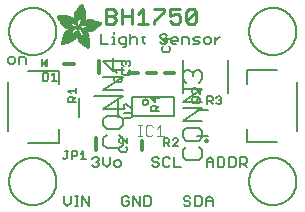
<source format=gbr>
G04 EAGLE Gerber RS-274X export*
G75*
%MOMM*%
%FSLAX34Y34*%
%LPD*%
%INSilkscreen Top*%
%IPPOS*%
%AMOC8*
5,1,8,0,0,1.08239X$1,22.5*%
G01*
%ADD10C,0.152400*%
%ADD11C,0.228600*%
%ADD12C,0.127000*%
%ADD13C,0.304800*%
%ADD14C,0.203200*%
%ADD15R,0.050800X0.006300*%
%ADD16R,0.082600X0.006400*%
%ADD17R,0.120600X0.006300*%
%ADD18R,0.139700X0.006400*%
%ADD19R,0.158800X0.006300*%
%ADD20R,0.177800X0.006400*%
%ADD21R,0.196800X0.006300*%
%ADD22R,0.215900X0.006400*%
%ADD23R,0.228600X0.006300*%
%ADD24R,0.241300X0.006400*%
%ADD25R,0.254000X0.006300*%
%ADD26R,0.266700X0.006400*%
%ADD27R,0.279400X0.006300*%
%ADD28R,0.285700X0.006400*%
%ADD29R,0.298400X0.006300*%
%ADD30R,0.311200X0.006400*%
%ADD31R,0.317500X0.006300*%
%ADD32R,0.330200X0.006400*%
%ADD33R,0.336600X0.006300*%
%ADD34R,0.349200X0.006400*%
%ADD35R,0.361900X0.006300*%
%ADD36R,0.368300X0.006400*%
%ADD37R,0.381000X0.006300*%
%ADD38R,0.387300X0.006400*%
%ADD39R,0.393700X0.006300*%
%ADD40R,0.406400X0.006400*%
%ADD41R,0.412700X0.006300*%
%ADD42R,0.419100X0.006400*%
%ADD43R,0.431800X0.006300*%
%ADD44R,0.438100X0.006400*%
%ADD45R,0.450800X0.006300*%
%ADD46R,0.457200X0.006400*%
%ADD47R,0.463500X0.006300*%
%ADD48R,0.476200X0.006400*%
%ADD49R,0.482600X0.006300*%
%ADD50R,0.488900X0.006400*%
%ADD51R,0.501600X0.006300*%
%ADD52R,0.508000X0.006400*%
%ADD53R,0.514300X0.006300*%
%ADD54R,0.527000X0.006400*%
%ADD55R,0.533400X0.006300*%
%ADD56R,0.546100X0.006400*%
%ADD57R,0.552400X0.006300*%
%ADD58R,0.558800X0.006400*%
%ADD59R,0.571500X0.006300*%
%ADD60R,0.577800X0.006400*%
%ADD61R,0.584200X0.006300*%
%ADD62R,0.596900X0.006400*%
%ADD63R,0.603200X0.006300*%
%ADD64R,0.609600X0.006400*%
%ADD65R,0.622300X0.006300*%
%ADD66R,0.628600X0.006400*%
%ADD67R,0.641300X0.006300*%
%ADD68R,0.647700X0.006400*%
%ADD69R,0.063500X0.006300*%
%ADD70R,0.654000X0.006300*%
%ADD71R,0.101600X0.006400*%
%ADD72R,0.666700X0.006400*%
%ADD73R,0.139700X0.006300*%
%ADD74R,0.673100X0.006300*%
%ADD75R,0.165100X0.006400*%
%ADD76R,0.679400X0.006400*%
%ADD77R,0.196900X0.006300*%
%ADD78R,0.692100X0.006300*%
%ADD79R,0.222200X0.006400*%
%ADD80R,0.698500X0.006400*%
%ADD81R,0.247700X0.006300*%
%ADD82R,0.704800X0.006300*%
%ADD83R,0.279400X0.006400*%
%ADD84R,0.717500X0.006400*%
%ADD85R,0.298500X0.006300*%
%ADD86R,0.723900X0.006300*%
%ADD87R,0.736600X0.006400*%
%ADD88R,0.342900X0.006300*%
%ADD89R,0.742900X0.006300*%
%ADD90R,0.374700X0.006400*%
%ADD91R,0.749300X0.006400*%
%ADD92R,0.762000X0.006300*%
%ADD93R,0.412700X0.006400*%
%ADD94R,0.768300X0.006400*%
%ADD95R,0.438100X0.006300*%
%ADD96R,0.774700X0.006300*%
%ADD97R,0.463600X0.006400*%
%ADD98R,0.787400X0.006400*%
%ADD99R,0.793700X0.006300*%
%ADD100R,0.495300X0.006400*%
%ADD101R,0.800100X0.006400*%
%ADD102R,0.520700X0.006300*%
%ADD103R,0.812800X0.006300*%
%ADD104R,0.533400X0.006400*%
%ADD105R,0.819100X0.006400*%
%ADD106R,0.558800X0.006300*%
%ADD107R,0.825500X0.006300*%
%ADD108R,0.577900X0.006400*%
%ADD109R,0.831800X0.006400*%
%ADD110R,0.596900X0.006300*%
%ADD111R,0.844500X0.006300*%
%ADD112R,0.616000X0.006400*%
%ADD113R,0.850900X0.006400*%
%ADD114R,0.635000X0.006300*%
%ADD115R,0.857200X0.006300*%
%ADD116R,0.654100X0.006400*%
%ADD117R,0.863600X0.006400*%
%ADD118R,0.666700X0.006300*%
%ADD119R,0.869900X0.006300*%
%ADD120R,0.685800X0.006400*%
%ADD121R,0.876300X0.006400*%
%ADD122R,0.882600X0.006300*%
%ADD123R,0.723900X0.006400*%
%ADD124R,0.889000X0.006400*%
%ADD125R,0.895300X0.006300*%
%ADD126R,0.755700X0.006400*%
%ADD127R,0.901700X0.006400*%
%ADD128R,0.908000X0.006300*%
%ADD129R,0.793800X0.006400*%
%ADD130R,0.914400X0.006400*%
%ADD131R,0.806400X0.006300*%
%ADD132R,0.920700X0.006300*%
%ADD133R,0.825500X0.006400*%
%ADD134R,0.927100X0.006400*%
%ADD135R,0.933400X0.006300*%
%ADD136R,0.857300X0.006400*%
%ADD137R,0.939800X0.006400*%
%ADD138R,0.870000X0.006300*%
%ADD139R,0.939800X0.006300*%
%ADD140R,0.946100X0.006400*%
%ADD141R,0.952500X0.006300*%
%ADD142R,0.908000X0.006400*%
%ADD143R,0.958800X0.006400*%
%ADD144R,0.965200X0.006300*%
%ADD145R,0.965200X0.006400*%
%ADD146R,0.971500X0.006300*%
%ADD147R,0.952500X0.006400*%
%ADD148R,0.977900X0.006400*%
%ADD149R,0.958800X0.006300*%
%ADD150R,0.984200X0.006300*%
%ADD151R,0.971500X0.006400*%
%ADD152R,0.984200X0.006400*%
%ADD153R,0.990600X0.006300*%
%ADD154R,0.984300X0.006400*%
%ADD155R,0.996900X0.006400*%
%ADD156R,0.997000X0.006300*%
%ADD157R,0.996900X0.006300*%
%ADD158R,1.003300X0.006400*%
%ADD159R,1.016000X0.006300*%
%ADD160R,1.009600X0.006300*%
%ADD161R,1.016000X0.006400*%
%ADD162R,1.009600X0.006400*%
%ADD163R,1.022300X0.006300*%
%ADD164R,1.028700X0.006400*%
%ADD165R,1.035100X0.006300*%
%ADD166R,1.047800X0.006400*%
%ADD167R,1.054100X0.006300*%
%ADD168R,1.028700X0.006300*%
%ADD169R,1.054100X0.006400*%
%ADD170R,1.035000X0.006400*%
%ADD171R,1.060400X0.006300*%
%ADD172R,1.035000X0.006300*%
%ADD173R,1.060500X0.006400*%
%ADD174R,1.041400X0.006400*%
%ADD175R,1.066800X0.006300*%
%ADD176R,1.041400X0.006300*%
%ADD177R,1.079500X0.006400*%
%ADD178R,1.047700X0.006400*%
%ADD179R,1.085900X0.006300*%
%ADD180R,1.047700X0.006300*%
%ADD181R,1.085800X0.006400*%
%ADD182R,1.092200X0.006300*%
%ADD183R,1.085900X0.006400*%
%ADD184R,1.098600X0.006300*%
%ADD185R,1.098600X0.006400*%
%ADD186R,1.060400X0.006400*%
%ADD187R,1.104900X0.006300*%
%ADD188R,1.104900X0.006400*%
%ADD189R,1.066800X0.006400*%
%ADD190R,1.111200X0.006300*%
%ADD191R,1.117600X0.006400*%
%ADD192R,1.117600X0.006300*%
%ADD193R,1.073100X0.006300*%
%ADD194R,1.073100X0.006400*%
%ADD195R,1.124000X0.006300*%
%ADD196R,1.079500X0.006300*%
%ADD197R,1.123900X0.006400*%
%ADD198R,1.130300X0.006300*%
%ADD199R,1.130300X0.006400*%
%ADD200R,1.136700X0.006400*%
%ADD201R,1.136700X0.006300*%
%ADD202R,1.085800X0.006300*%
%ADD203R,1.136600X0.006400*%
%ADD204R,1.136600X0.006300*%
%ADD205R,1.143000X0.006400*%
%ADD206R,1.143000X0.006300*%
%ADD207R,1.149400X0.006300*%
%ADD208R,1.149300X0.006300*%
%ADD209R,1.149300X0.006400*%
%ADD210R,1.149400X0.006400*%
%ADD211R,1.155700X0.006400*%
%ADD212R,1.155700X0.006300*%
%ADD213R,1.060500X0.006300*%
%ADD214R,2.197100X0.006400*%
%ADD215R,2.197100X0.006300*%
%ADD216R,2.184400X0.006300*%
%ADD217R,2.184400X0.006400*%
%ADD218R,2.171700X0.006400*%
%ADD219R,2.171700X0.006300*%
%ADD220R,1.530300X0.006400*%
%ADD221R,1.505000X0.006300*%
%ADD222R,1.492300X0.006400*%
%ADD223R,1.485900X0.006300*%
%ADD224R,0.565200X0.006300*%
%ADD225R,1.473200X0.006400*%
%ADD226R,0.565200X0.006400*%
%ADD227R,1.460500X0.006300*%
%ADD228R,1.454100X0.006400*%
%ADD229R,0.552400X0.006400*%
%ADD230R,1.441500X0.006300*%
%ADD231R,0.546100X0.006300*%
%ADD232R,1.435100X0.006400*%
%ADD233R,0.539800X0.006400*%
%ADD234R,1.428800X0.006300*%
%ADD235R,1.422400X0.006400*%
%ADD236R,1.409700X0.006300*%
%ADD237R,0.527100X0.006300*%
%ADD238R,1.403300X0.006400*%
%ADD239R,0.527100X0.006400*%
%ADD240R,1.390700X0.006300*%
%ADD241R,1.384300X0.006400*%
%ADD242R,0.520700X0.006400*%
%ADD243R,1.384300X0.006300*%
%ADD244R,0.514400X0.006300*%
%ADD245R,1.371600X0.006400*%
%ADD246R,1.365200X0.006300*%
%ADD247R,0.508000X0.006300*%
%ADD248R,1.352600X0.006400*%
%ADD249R,0.501700X0.006400*%
%ADD250R,0.711200X0.006300*%
%ADD251R,0.603300X0.006300*%
%ADD252R,0.501700X0.006300*%
%ADD253R,0.692100X0.006400*%
%ADD254R,0.571500X0.006400*%
%ADD255R,0.679400X0.006300*%
%ADD256R,0.495300X0.006300*%
%ADD257R,0.673100X0.006400*%
%ADD258R,0.666800X0.006300*%
%ADD259R,0.488900X0.006300*%
%ADD260R,0.660400X0.006400*%
%ADD261R,0.482600X0.006400*%
%ADD262R,0.476200X0.006300*%
%ADD263R,0.654000X0.006400*%
%ADD264R,0.469900X0.006400*%
%ADD265R,0.476300X0.006400*%
%ADD266R,0.647700X0.006300*%
%ADD267R,0.457200X0.006300*%
%ADD268R,0.469900X0.006300*%
%ADD269R,0.641300X0.006400*%
%ADD270R,0.444500X0.006400*%
%ADD271R,0.463600X0.006300*%
%ADD272R,0.635000X0.006400*%
%ADD273R,0.463500X0.006400*%
%ADD274R,0.393700X0.006400*%
%ADD275R,0.450800X0.006400*%
%ADD276R,0.628600X0.006300*%
%ADD277R,0.387400X0.006300*%
%ADD278R,0.450900X0.006300*%
%ADD279R,0.628700X0.006400*%
%ADD280R,0.374600X0.006400*%
%ADD281R,0.368300X0.006300*%
%ADD282R,0.438200X0.006300*%
%ADD283R,0.622300X0.006400*%
%ADD284R,0.355600X0.006400*%
%ADD285R,0.431800X0.006400*%
%ADD286R,0.349300X0.006300*%
%ADD287R,0.425400X0.006300*%
%ADD288R,0.615900X0.006300*%
%ADD289R,0.330200X0.006300*%
%ADD290R,0.419100X0.006300*%
%ADD291R,0.616000X0.006300*%
%ADD292R,0.311200X0.006300*%
%ADD293R,0.406400X0.006300*%
%ADD294R,0.615900X0.006400*%
%ADD295R,0.304800X0.006400*%
%ADD296R,0.158800X0.006400*%
%ADD297R,0.609600X0.006300*%
%ADD298R,0.292100X0.006300*%
%ADD299R,0.235000X0.006300*%
%ADD300R,0.387400X0.006400*%
%ADD301R,0.292100X0.006400*%
%ADD302R,0.336500X0.006300*%
%ADD303R,0.260400X0.006300*%
%ADD304R,0.603300X0.006400*%
%ADD305R,0.260400X0.006400*%
%ADD306R,0.362000X0.006400*%
%ADD307R,0.450900X0.006400*%
%ADD308R,0.355600X0.006300*%
%ADD309R,0.342900X0.006400*%
%ADD310R,0.514300X0.006400*%
%ADD311R,0.234900X0.006300*%
%ADD312R,0.539700X0.006300*%
%ADD313R,0.603200X0.006400*%
%ADD314R,0.234900X0.006400*%
%ADD315R,0.920700X0.006400*%
%ADD316R,0.958900X0.006400*%
%ADD317R,0.215900X0.006300*%
%ADD318R,0.209600X0.006400*%
%ADD319R,0.203200X0.006300*%
%ADD320R,1.003300X0.006300*%
%ADD321R,0.203200X0.006400*%
%ADD322R,0.196900X0.006400*%
%ADD323R,0.190500X0.006300*%
%ADD324R,0.190500X0.006400*%
%ADD325R,0.184200X0.006300*%
%ADD326R,0.590500X0.006400*%
%ADD327R,0.184200X0.006400*%
%ADD328R,0.590500X0.006300*%
%ADD329R,0.177800X0.006300*%
%ADD330R,0.584200X0.006400*%
%ADD331R,1.168400X0.006400*%
%ADD332R,0.171500X0.006300*%
%ADD333R,1.187500X0.006300*%
%ADD334R,1.200100X0.006400*%
%ADD335R,0.577800X0.006300*%
%ADD336R,1.212900X0.006300*%
%ADD337R,1.231900X0.006400*%
%ADD338R,1.250900X0.006300*%
%ADD339R,0.565100X0.006400*%
%ADD340R,0.184100X0.006400*%
%ADD341R,1.263700X0.006400*%
%ADD342R,0.565100X0.006300*%
%ADD343R,1.289100X0.006300*%
%ADD344R,1.314400X0.006400*%
%ADD345R,0.552500X0.006300*%
%ADD346R,1.568500X0.006300*%
%ADD347R,0.552500X0.006400*%
%ADD348R,1.581200X0.006400*%
%ADD349R,1.593800X0.006300*%
%ADD350R,1.606500X0.006400*%
%ADD351R,1.619300X0.006300*%
%ADD352R,0.514400X0.006400*%
%ADD353R,1.638300X0.006400*%
%ADD354R,1.657300X0.006300*%
%ADD355R,2.209800X0.006400*%
%ADD356R,2.425700X0.006300*%
%ADD357R,2.470100X0.006400*%
%ADD358R,2.501900X0.006300*%
%ADD359R,2.533700X0.006400*%
%ADD360R,2.559000X0.006300*%
%ADD361R,2.584500X0.006400*%
%ADD362R,2.609900X0.006300*%
%ADD363R,2.628900X0.006400*%
%ADD364R,2.660600X0.006300*%
%ADD365R,2.673400X0.006400*%
%ADD366R,1.422400X0.006300*%
%ADD367R,1.200200X0.006300*%
%ADD368R,1.365300X0.006300*%
%ADD369R,1.365300X0.006400*%
%ADD370R,1.352500X0.006300*%
%ADD371R,1.098500X0.006300*%
%ADD372R,1.358900X0.006400*%
%ADD373R,1.352600X0.006300*%
%ADD374R,1.358900X0.006300*%
%ADD375R,1.371600X0.006300*%
%ADD376R,1.377900X0.006400*%
%ADD377R,1.397000X0.006400*%
%ADD378R,1.403300X0.006300*%
%ADD379R,0.914400X0.006300*%
%ADD380R,0.876300X0.006300*%
%ADD381R,0.374600X0.006300*%
%ADD382R,1.073200X0.006400*%
%ADD383R,0.374700X0.006300*%
%ADD384R,0.844600X0.006400*%
%ADD385R,0.844600X0.006300*%
%ADD386R,0.831900X0.006400*%
%ADD387R,1.092200X0.006400*%
%ADD388R,0.400000X0.006300*%
%ADD389R,0.819200X0.006400*%
%ADD390R,1.111300X0.006400*%
%ADD391R,0.812800X0.006400*%
%ADD392R,0.800100X0.006300*%
%ADD393R,0.476300X0.006300*%
%ADD394R,1.181100X0.006300*%
%ADD395R,0.501600X0.006400*%
%ADD396R,1.193800X0.006400*%
%ADD397R,0.781000X0.006400*%
%ADD398R,1.238200X0.006400*%
%ADD399R,0.781100X0.006300*%
%ADD400R,1.257300X0.006300*%
%ADD401R,1.295400X0.006400*%
%ADD402R,1.333500X0.006300*%
%ADD403R,0.774700X0.006400*%
%ADD404R,1.866900X0.006400*%
%ADD405R,0.209600X0.006300*%
%ADD406R,1.866900X0.006300*%
%ADD407R,0.768400X0.006400*%
%ADD408R,0.209500X0.006400*%
%ADD409R,1.860600X0.006400*%
%ADD410R,0.762000X0.006400*%
%ADD411R,0.768400X0.006300*%
%ADD412R,1.860600X0.006300*%
%ADD413R,1.860500X0.006400*%
%ADD414R,0.222300X0.006300*%
%ADD415R,1.854200X0.006300*%
%ADD416R,0.235000X0.006400*%
%ADD417R,1.854200X0.006400*%
%ADD418R,0.768300X0.006300*%
%ADD419R,0.260300X0.006400*%
%ADD420R,1.847800X0.006400*%
%ADD421R,0.266700X0.006300*%
%ADD422R,1.847800X0.006300*%
%ADD423R,0.273100X0.006400*%
%ADD424R,1.841500X0.006400*%
%ADD425R,0.285800X0.006300*%
%ADD426R,1.841500X0.006300*%
%ADD427R,0.298500X0.006400*%
%ADD428R,1.835100X0.006400*%
%ADD429R,0.781000X0.006300*%
%ADD430R,0.304800X0.006300*%
%ADD431R,1.835100X0.006300*%
%ADD432R,0.317500X0.006400*%
%ADD433R,1.828800X0.006400*%
%ADD434R,0.787400X0.006300*%
%ADD435R,0.323800X0.006300*%
%ADD436R,1.828800X0.006300*%
%ADD437R,0.793700X0.006400*%
%ADD438R,1.822400X0.006400*%
%ADD439R,0.806500X0.006300*%
%ADD440R,1.822400X0.006300*%
%ADD441R,1.816100X0.006400*%
%ADD442R,0.819100X0.006300*%
%ADD443R,0.387300X0.006300*%
%ADD444R,1.816100X0.006300*%
%ADD445R,1.809800X0.006400*%
%ADD446R,1.803400X0.006300*%
%ADD447R,1.797000X0.006400*%
%ADD448R,0.901700X0.006300*%
%ADD449R,1.797000X0.006300*%
%ADD450R,1.441400X0.006400*%
%ADD451R,1.790700X0.006400*%
%ADD452R,1.447800X0.006300*%
%ADD453R,1.784300X0.006300*%
%ADD454R,1.447800X0.006400*%
%ADD455R,1.784300X0.006400*%
%ADD456R,1.454100X0.006300*%
%ADD457R,1.771700X0.006300*%
%ADD458R,1.460500X0.006400*%
%ADD459R,1.759000X0.006400*%
%ADD460R,1.466800X0.006300*%
%ADD461R,1.752600X0.006300*%
%ADD462R,1.466800X0.006400*%
%ADD463R,1.739900X0.006400*%
%ADD464R,1.473200X0.006300*%
%ADD465R,1.727200X0.006300*%
%ADD466R,1.479500X0.006400*%
%ADD467R,1.714500X0.006400*%
%ADD468R,1.695400X0.006300*%
%ADD469R,1.485900X0.006400*%
%ADD470R,1.682700X0.006400*%
%ADD471R,1.492200X0.006300*%
%ADD472R,1.663700X0.006300*%
%ADD473R,1.498600X0.006400*%
%ADD474R,1.644600X0.006400*%
%ADD475R,1.498600X0.006300*%
%ADD476R,1.619200X0.006300*%
%ADD477R,1.511300X0.006400*%
%ADD478R,1.600200X0.006400*%
%ADD479R,1.517700X0.006300*%
%ADD480R,1.574800X0.006300*%
%ADD481R,1.524000X0.006400*%
%ADD482R,1.555800X0.006400*%
%ADD483R,1.524000X0.006300*%
%ADD484R,1.536700X0.006300*%
%ADD485R,1.530400X0.006400*%
%ADD486R,1.517700X0.006400*%
%ADD487R,1.492300X0.006300*%
%ADD488R,1.549400X0.006400*%
%ADD489R,1.479600X0.006400*%
%ADD490R,1.549400X0.006300*%
%ADD491R,1.555700X0.006400*%
%ADD492R,1.562100X0.006300*%
%ADD493R,0.323900X0.006300*%
%ADD494R,1.568400X0.006400*%
%ADD495R,0.336600X0.006400*%
%ADD496R,1.587500X0.006300*%
%ADD497R,0.971600X0.006300*%
%ADD498R,0.349300X0.006400*%
%ADD499R,1.600200X0.006300*%
%ADD500R,0.920800X0.006300*%
%ADD501R,0.882700X0.006400*%
%ADD502R,1.612900X0.006300*%
%ADD503R,0.362000X0.006300*%
%ADD504R,1.625600X0.006400*%
%ADD505R,1.625600X0.006300*%
%ADD506R,1.644600X0.006300*%
%ADD507R,0.736600X0.006300*%
%ADD508R,0.717600X0.006400*%
%ADD509R,1.657400X0.006300*%
%ADD510R,0.679500X0.006300*%
%ADD511R,1.663700X0.006400*%
%ADD512R,0.400000X0.006400*%
%ADD513R,1.676400X0.006300*%
%ADD514R,1.676400X0.006400*%
%ADD515R,0.425500X0.006400*%
%ADD516R,1.352500X0.006400*%
%ADD517R,0.444500X0.006300*%
%ADD518R,0.361900X0.006400*%
%ADD519R,0.088900X0.006300*%
%ADD520R,1.009700X0.006300*%
%ADD521R,1.009700X0.006400*%
%ADD522R,1.022300X0.006400*%
%ADD523R,1.346200X0.006400*%
%ADD524R,1.346200X0.006300*%
%ADD525R,1.339900X0.006400*%
%ADD526R,1.035100X0.006400*%
%ADD527R,1.339800X0.006300*%
%ADD528R,1.333500X0.006400*%
%ADD529R,1.327200X0.006400*%
%ADD530R,1.320800X0.006300*%
%ADD531R,1.314500X0.006400*%
%ADD532R,1.314400X0.006300*%
%ADD533R,1.301700X0.006400*%
%ADD534R,1.295400X0.006300*%
%ADD535R,1.289000X0.006400*%
%ADD536R,1.276300X0.006300*%
%ADD537R,1.251000X0.006300*%
%ADD538R,1.244600X0.006400*%
%ADD539R,1.231900X0.006300*%
%ADD540R,1.212800X0.006400*%
%ADD541R,1.200100X0.006300*%
%ADD542R,1.187400X0.006400*%
%ADD543R,1.168400X0.006300*%
%ADD544R,1.047800X0.006300*%
%ADD545R,0.977900X0.006300*%
%ADD546R,0.946200X0.006400*%
%ADD547R,0.933400X0.006400*%
%ADD548R,0.895300X0.006400*%
%ADD549R,0.882700X0.006300*%
%ADD550R,0.863600X0.006300*%
%ADD551R,0.857200X0.006400*%
%ADD552R,0.850900X0.006300*%
%ADD553R,0.838200X0.006300*%
%ADD554R,0.806500X0.006400*%
%ADD555R,0.717600X0.006300*%
%ADD556R,0.711200X0.006400*%
%ADD557R,0.641400X0.006400*%
%ADD558R,0.641400X0.006300*%
%ADD559R,0.628700X0.006300*%
%ADD560R,0.590600X0.006300*%
%ADD561R,0.539700X0.006400*%
%ADD562R,0.285700X0.006300*%
%ADD563R,0.222200X0.006300*%
%ADD564R,0.171400X0.006300*%
%ADD565R,0.152400X0.006400*%
%ADD566R,0.133400X0.006300*%
%ADD567R,0.127000X0.762000*%
%ADD568C,0.076200*%

G36*
X37348Y122433D02*
X37348Y122433D01*
X37377Y122430D01*
X37469Y122450D01*
X37562Y122463D01*
X37589Y122476D01*
X37618Y122482D01*
X37698Y122530D01*
X37782Y122572D01*
X37803Y122593D01*
X37829Y122608D01*
X37890Y122680D01*
X37956Y122746D01*
X37969Y122772D01*
X37989Y122795D01*
X38024Y122882D01*
X38066Y122966D01*
X38070Y122996D01*
X38081Y123023D01*
X38099Y123190D01*
X38099Y128270D01*
X38094Y128299D01*
X38097Y128329D01*
X38075Y128420D01*
X38060Y128513D01*
X38046Y128539D01*
X38039Y128568D01*
X37988Y128647D01*
X37944Y128730D01*
X37923Y128751D01*
X37907Y128776D01*
X37834Y128835D01*
X37766Y128900D01*
X37739Y128912D01*
X37716Y128931D01*
X37628Y128964D01*
X37543Y129003D01*
X37513Y129006D01*
X37486Y129017D01*
X37392Y129020D01*
X37299Y129030D01*
X37269Y129024D01*
X37240Y129025D01*
X37150Y128998D01*
X37058Y128978D01*
X37033Y128963D01*
X37004Y128954D01*
X36862Y128864D01*
X33687Y126324D01*
X33618Y126247D01*
X33545Y126174D01*
X33536Y126157D01*
X33523Y126142D01*
X33481Y126046D01*
X33435Y125954D01*
X33433Y125934D01*
X33425Y125916D01*
X33416Y125813D01*
X33402Y125710D01*
X33406Y125691D01*
X33404Y125671D01*
X33429Y125570D01*
X33448Y125468D01*
X33458Y125451D01*
X33462Y125432D01*
X33518Y125345D01*
X33569Y125254D01*
X33586Y125237D01*
X33594Y125224D01*
X33619Y125204D01*
X33687Y125136D01*
X36862Y122596D01*
X36888Y122581D01*
X36910Y122561D01*
X36995Y122521D01*
X37077Y122475D01*
X37106Y122469D01*
X37133Y122457D01*
X37226Y122447D01*
X37318Y122429D01*
X37348Y122433D01*
G37*
D10*
X51788Y13215D02*
X51788Y7453D01*
X54670Y4572D01*
X57551Y7453D01*
X57551Y13215D01*
X61144Y4572D02*
X64025Y4572D01*
X62584Y4572D02*
X62584Y13215D01*
X61144Y13215D02*
X64025Y13215D01*
X67380Y13215D02*
X67380Y4572D01*
X73143Y4572D02*
X67380Y13215D01*
X73143Y13215D02*
X73143Y4572D01*
X75629Y44795D02*
X77070Y46235D01*
X79951Y46235D01*
X81391Y44795D01*
X81391Y43354D01*
X79951Y41914D01*
X78510Y41914D01*
X79951Y41914D02*
X81391Y40473D01*
X81391Y39033D01*
X79951Y37592D01*
X77070Y37592D01*
X75629Y39033D01*
X84984Y40473D02*
X84984Y46235D01*
X84984Y40473D02*
X87866Y37592D01*
X90747Y40473D01*
X90747Y46235D01*
X95780Y37592D02*
X98661Y37592D01*
X100102Y39033D01*
X100102Y41914D01*
X98661Y43354D01*
X95780Y43354D01*
X94340Y41914D01*
X94340Y39033D01*
X95780Y37592D01*
X105351Y13215D02*
X106791Y11775D01*
X105351Y13215D02*
X102470Y13215D01*
X101029Y11775D01*
X101029Y6013D01*
X102470Y4572D01*
X105351Y4572D01*
X106791Y6013D01*
X106791Y8894D01*
X103910Y8894D01*
X110384Y13215D02*
X110384Y4572D01*
X116147Y4572D02*
X110384Y13215D01*
X116147Y13215D02*
X116147Y4572D01*
X119740Y4572D02*
X119740Y13215D01*
X119740Y4572D02*
X124061Y4572D01*
X125502Y6013D01*
X125502Y11775D01*
X124061Y13215D01*
X119740Y13215D01*
X132191Y44795D02*
X130751Y46235D01*
X127870Y46235D01*
X126429Y44795D01*
X126429Y43354D01*
X127870Y41914D01*
X130751Y41914D01*
X132191Y40473D01*
X132191Y39033D01*
X130751Y37592D01*
X127870Y37592D01*
X126429Y39033D01*
X140106Y46235D02*
X141547Y44795D01*
X140106Y46235D02*
X137225Y46235D01*
X135784Y44795D01*
X135784Y39033D01*
X137225Y37592D01*
X140106Y37592D01*
X141547Y39033D01*
X145140Y37592D02*
X145140Y46235D01*
X145140Y37592D02*
X150902Y37592D01*
X157421Y13215D02*
X158861Y11775D01*
X157421Y13215D02*
X154540Y13215D01*
X153099Y11775D01*
X153099Y10334D01*
X154540Y8894D01*
X157421Y8894D01*
X158861Y7453D01*
X158861Y6013D01*
X157421Y4572D01*
X154540Y4572D01*
X153099Y6013D01*
X162454Y4572D02*
X162454Y13215D01*
X162454Y4572D02*
X166776Y4572D01*
X168217Y6013D01*
X168217Y11775D01*
X166776Y13215D01*
X162454Y13215D01*
X171810Y10334D02*
X171810Y4572D01*
X171810Y10334D02*
X174691Y13215D01*
X177572Y10334D01*
X177572Y4572D01*
X177572Y8894D02*
X171810Y8894D01*
X172552Y37592D02*
X172552Y43354D01*
X175433Y46235D01*
X178314Y43354D01*
X178314Y37592D01*
X178314Y41914D02*
X172552Y41914D01*
X181907Y46235D02*
X181907Y37592D01*
X186229Y37592D01*
X187669Y39033D01*
X187669Y44795D01*
X186229Y46235D01*
X181907Y46235D01*
X191262Y46235D02*
X191262Y37592D01*
X195584Y37592D01*
X197024Y39033D01*
X197024Y44795D01*
X195584Y46235D01*
X191262Y46235D01*
X200617Y46235D02*
X200617Y37592D01*
X200617Y46235D02*
X204939Y46235D01*
X206379Y44795D01*
X206379Y41914D01*
X204939Y40473D01*
X200617Y40473D01*
X203498Y40473D02*
X206379Y37592D01*
D11*
X87448Y158877D02*
X87448Y171334D01*
X93676Y171334D01*
X95752Y169258D01*
X95752Y167181D01*
X93676Y165105D01*
X95752Y163029D01*
X95752Y160953D01*
X93676Y158877D01*
X87448Y158877D01*
X87448Y165105D02*
X93676Y165105D01*
X101013Y158877D02*
X101013Y171334D01*
X101013Y165105D02*
X109317Y165105D01*
X109317Y158877D02*
X109317Y171334D01*
X114578Y167181D02*
X118730Y171334D01*
X118730Y158877D01*
X114578Y158877D02*
X122882Y158877D01*
X128143Y171334D02*
X136447Y171334D01*
X136447Y169258D01*
X128143Y160953D01*
X128143Y158877D01*
X141708Y171334D02*
X150012Y171334D01*
X141708Y171334D02*
X141708Y165105D01*
X145860Y167181D01*
X147936Y167181D01*
X150012Y165105D01*
X150012Y160953D01*
X147936Y158877D01*
X143784Y158877D01*
X141708Y160953D01*
X155273Y160953D02*
X155273Y169258D01*
X157349Y171334D01*
X161501Y171334D01*
X163577Y169258D01*
X163577Y160953D01*
X161501Y158877D01*
X157349Y158877D01*
X155273Y160953D01*
X163577Y169258D01*
D10*
X83149Y150375D02*
X83149Y141732D01*
X88911Y141732D01*
X92504Y147494D02*
X93945Y147494D01*
X93945Y141732D01*
X95385Y141732D02*
X92504Y141732D01*
X93945Y150375D02*
X93945Y151816D01*
X101622Y138851D02*
X103063Y138851D01*
X104503Y140291D01*
X104503Y147494D01*
X100181Y147494D01*
X98741Y146054D01*
X98741Y143173D01*
X100181Y141732D01*
X104503Y141732D01*
X108096Y141732D02*
X108096Y150375D01*
X109537Y147494D02*
X108096Y146054D01*
X109537Y147494D02*
X112418Y147494D01*
X113858Y146054D01*
X113858Y141732D01*
X118892Y143173D02*
X118892Y148935D01*
X118892Y143173D02*
X120332Y141732D01*
X120332Y147494D02*
X117451Y147494D01*
X137365Y150375D02*
X138805Y148935D01*
X137365Y150375D02*
X134484Y150375D01*
X133043Y148935D01*
X133043Y147494D01*
X134484Y146054D01*
X137365Y146054D01*
X138805Y144613D01*
X138805Y143173D01*
X137365Y141732D01*
X134484Y141732D01*
X133043Y143173D01*
X143839Y141732D02*
X146720Y141732D01*
X143839Y141732D02*
X142398Y143173D01*
X142398Y146054D01*
X143839Y147494D01*
X146720Y147494D01*
X148161Y146054D01*
X148161Y144613D01*
X142398Y144613D01*
X151754Y141732D02*
X151754Y147494D01*
X156075Y147494D01*
X157516Y146054D01*
X157516Y141732D01*
X161109Y141732D02*
X165430Y141732D01*
X166871Y143173D01*
X165430Y144613D01*
X162549Y144613D01*
X161109Y146054D01*
X162549Y147494D01*
X166871Y147494D01*
X171904Y141732D02*
X174786Y141732D01*
X176226Y143173D01*
X176226Y146054D01*
X174786Y147494D01*
X171904Y147494D01*
X170464Y146054D01*
X170464Y143173D01*
X171904Y141732D01*
X179819Y141732D02*
X179819Y147494D01*
X179819Y144613D02*
X182700Y147494D01*
X184141Y147494D01*
D12*
X8894Y125095D02*
X5928Y125095D01*
X8894Y125095D02*
X10377Y126578D01*
X10377Y129544D01*
X8894Y131027D01*
X5928Y131027D01*
X4445Y129544D01*
X4445Y126578D01*
X5928Y125095D01*
X13800Y125095D02*
X13800Y131027D01*
X18249Y131027D01*
X19732Y129544D01*
X19732Y125095D01*
D13*
X78740Y62230D02*
X78740Y52070D01*
D10*
X98546Y53869D02*
X99648Y54970D01*
X98546Y53869D02*
X98546Y51665D01*
X99648Y50564D01*
X104054Y50564D01*
X105156Y51665D01*
X105156Y53869D01*
X104054Y54970D01*
X105156Y58048D02*
X105156Y62454D01*
X105156Y58048D02*
X100750Y62454D01*
X99648Y62454D01*
X98546Y61353D01*
X98546Y59149D01*
X99648Y58048D01*
D14*
X64780Y79630D02*
X64780Y95630D01*
X97780Y95630D02*
X97780Y79630D01*
X85280Y98130D02*
X77280Y98130D01*
D10*
X102356Y79044D02*
X107864Y79044D01*
X108966Y80145D01*
X108966Y82349D01*
X107864Y83450D01*
X102356Y83450D01*
X108966Y86528D02*
X108966Y90934D01*
X108966Y86528D02*
X104560Y90934D01*
X103458Y90934D01*
X102356Y89833D01*
X102356Y87629D01*
X103458Y86528D01*
D13*
X81280Y116840D02*
X81280Y127000D01*
D10*
X101086Y118639D02*
X102188Y119740D01*
X101086Y118639D02*
X101086Y116435D01*
X102188Y115334D01*
X106594Y115334D01*
X107696Y116435D01*
X107696Y118639D01*
X106594Y119740D01*
X102188Y122818D02*
X101086Y123919D01*
X101086Y126123D01*
X102188Y127224D01*
X103290Y127224D01*
X104391Y126123D01*
X104391Y125021D01*
X104391Y126123D02*
X105493Y127224D01*
X106594Y127224D01*
X107696Y126123D01*
X107696Y123919D01*
X106594Y122818D01*
D13*
X106490Y116840D02*
X114490Y116840D01*
D10*
X95330Y114388D02*
X94228Y113287D01*
X94228Y111084D01*
X95330Y109982D01*
X99736Y109982D01*
X100838Y111084D01*
X100838Y113287D01*
X99736Y114388D01*
X96432Y117466D02*
X94228Y119669D01*
X100838Y119669D01*
X100838Y117466D02*
X100838Y121873D01*
D14*
X152450Y128300D02*
X152450Y100300D01*
X190450Y100300D02*
X190450Y128300D01*
D10*
X173244Y97544D02*
X173244Y90934D01*
X173244Y97544D02*
X176549Y97544D01*
X177650Y96442D01*
X177650Y94239D01*
X176549Y93137D01*
X173244Y93137D01*
X175447Y93137D02*
X177650Y90934D01*
X180728Y96442D02*
X181829Y97544D01*
X184033Y97544D01*
X185134Y96442D01*
X185134Y95340D01*
X184033Y94239D01*
X182931Y94239D01*
X184033Y94239D02*
X185134Y93137D01*
X185134Y92036D01*
X184033Y90934D01*
X181829Y90934D01*
X180728Y92036D01*
D14*
X173410Y63930D02*
X164410Y63930D01*
X164410Y85930D02*
X173410Y85930D01*
X171410Y59930D02*
X171412Y59993D01*
X171418Y60055D01*
X171428Y60117D01*
X171441Y60179D01*
X171459Y60239D01*
X171480Y60298D01*
X171505Y60356D01*
X171534Y60412D01*
X171566Y60466D01*
X171601Y60518D01*
X171639Y60567D01*
X171681Y60615D01*
X171725Y60659D01*
X171773Y60701D01*
X171822Y60739D01*
X171874Y60774D01*
X171928Y60806D01*
X171984Y60835D01*
X172042Y60860D01*
X172101Y60881D01*
X172161Y60899D01*
X172223Y60912D01*
X172285Y60922D01*
X172347Y60928D01*
X172410Y60930D01*
X172473Y60928D01*
X172535Y60922D01*
X172597Y60912D01*
X172659Y60899D01*
X172719Y60881D01*
X172778Y60860D01*
X172836Y60835D01*
X172892Y60806D01*
X172946Y60774D01*
X172998Y60739D01*
X173047Y60701D01*
X173095Y60659D01*
X173139Y60615D01*
X173181Y60567D01*
X173219Y60518D01*
X173254Y60466D01*
X173286Y60412D01*
X173315Y60356D01*
X173340Y60298D01*
X173361Y60239D01*
X173379Y60179D01*
X173392Y60117D01*
X173402Y60055D01*
X173408Y59993D01*
X173410Y59930D01*
X173408Y59867D01*
X173402Y59805D01*
X173392Y59743D01*
X173379Y59681D01*
X173361Y59621D01*
X173340Y59562D01*
X173315Y59504D01*
X173286Y59448D01*
X173254Y59394D01*
X173219Y59342D01*
X173181Y59293D01*
X173139Y59245D01*
X173095Y59201D01*
X173047Y59159D01*
X172998Y59121D01*
X172946Y59086D01*
X172892Y59054D01*
X172836Y59025D01*
X172778Y59000D01*
X172719Y58979D01*
X172659Y58961D01*
X172597Y58948D01*
X172535Y58938D01*
X172473Y58932D01*
X172410Y58930D01*
X172347Y58932D01*
X172285Y58938D01*
X172223Y58948D01*
X172161Y58961D01*
X172101Y58979D01*
X172042Y59000D01*
X171984Y59025D01*
X171928Y59054D01*
X171874Y59086D01*
X171822Y59121D01*
X171773Y59159D01*
X171725Y59201D01*
X171681Y59245D01*
X171639Y59293D01*
X171601Y59342D01*
X171566Y59394D01*
X171534Y59448D01*
X171505Y59504D01*
X171480Y59562D01*
X171459Y59621D01*
X171441Y59681D01*
X171428Y59743D01*
X171418Y59805D01*
X171412Y59867D01*
X171410Y59930D01*
D10*
X165776Y92202D02*
X161370Y92202D01*
X160268Y93304D01*
X160268Y95507D01*
X161370Y96608D01*
X165776Y96608D01*
X166878Y95507D01*
X166878Y93304D01*
X165776Y92202D01*
X164675Y94405D02*
X166878Y96608D01*
X166878Y99686D02*
X166878Y104093D01*
X162472Y104093D02*
X166878Y99686D01*
X162472Y104093D02*
X161370Y104093D01*
X160268Y102991D01*
X160268Y100788D01*
X161370Y99686D01*
X51902Y44450D02*
X50800Y45552D01*
X51902Y44450D02*
X53003Y44450D01*
X54105Y45552D01*
X54105Y51060D01*
X55206Y51060D02*
X53003Y51060D01*
X58284Y51060D02*
X58284Y44450D01*
X58284Y51060D02*
X61589Y51060D01*
X62691Y49958D01*
X62691Y47755D01*
X61589Y46653D01*
X58284Y46653D01*
X65768Y48856D02*
X67972Y51060D01*
X67972Y44450D01*
X70175Y44450D02*
X65768Y44450D01*
D14*
X5400Y152400D02*
X5406Y152891D01*
X5424Y153381D01*
X5454Y153871D01*
X5496Y154360D01*
X5550Y154848D01*
X5616Y155335D01*
X5694Y155819D01*
X5784Y156302D01*
X5886Y156782D01*
X5999Y157260D01*
X6124Y157734D01*
X6261Y158206D01*
X6409Y158674D01*
X6569Y159138D01*
X6740Y159598D01*
X6922Y160054D01*
X7116Y160505D01*
X7320Y160951D01*
X7536Y161392D01*
X7762Y161828D01*
X7998Y162258D01*
X8245Y162682D01*
X8503Y163100D01*
X8771Y163511D01*
X9048Y163916D01*
X9336Y164314D01*
X9633Y164705D01*
X9940Y165088D01*
X10256Y165463D01*
X10581Y165831D01*
X10915Y166191D01*
X11258Y166542D01*
X11609Y166885D01*
X11969Y167219D01*
X12337Y167544D01*
X12712Y167860D01*
X13095Y168167D01*
X13486Y168464D01*
X13884Y168752D01*
X14289Y169029D01*
X14700Y169297D01*
X15118Y169555D01*
X15542Y169802D01*
X15972Y170038D01*
X16408Y170264D01*
X16849Y170480D01*
X17295Y170684D01*
X17746Y170878D01*
X18202Y171060D01*
X18662Y171231D01*
X19126Y171391D01*
X19594Y171539D01*
X20066Y171676D01*
X20540Y171801D01*
X21018Y171914D01*
X21498Y172016D01*
X21981Y172106D01*
X22465Y172184D01*
X22952Y172250D01*
X23440Y172304D01*
X23929Y172346D01*
X24419Y172376D01*
X24909Y172394D01*
X25400Y172400D01*
X25891Y172394D01*
X26381Y172376D01*
X26871Y172346D01*
X27360Y172304D01*
X27848Y172250D01*
X28335Y172184D01*
X28819Y172106D01*
X29302Y172016D01*
X29782Y171914D01*
X30260Y171801D01*
X30734Y171676D01*
X31206Y171539D01*
X31674Y171391D01*
X32138Y171231D01*
X32598Y171060D01*
X33054Y170878D01*
X33505Y170684D01*
X33951Y170480D01*
X34392Y170264D01*
X34828Y170038D01*
X35258Y169802D01*
X35682Y169555D01*
X36100Y169297D01*
X36511Y169029D01*
X36916Y168752D01*
X37314Y168464D01*
X37705Y168167D01*
X38088Y167860D01*
X38463Y167544D01*
X38831Y167219D01*
X39191Y166885D01*
X39542Y166542D01*
X39885Y166191D01*
X40219Y165831D01*
X40544Y165463D01*
X40860Y165088D01*
X41167Y164705D01*
X41464Y164314D01*
X41752Y163916D01*
X42029Y163511D01*
X42297Y163100D01*
X42555Y162682D01*
X42802Y162258D01*
X43038Y161828D01*
X43264Y161392D01*
X43480Y160951D01*
X43684Y160505D01*
X43878Y160054D01*
X44060Y159598D01*
X44231Y159138D01*
X44391Y158674D01*
X44539Y158206D01*
X44676Y157734D01*
X44801Y157260D01*
X44914Y156782D01*
X45016Y156302D01*
X45106Y155819D01*
X45184Y155335D01*
X45250Y154848D01*
X45304Y154360D01*
X45346Y153871D01*
X45376Y153381D01*
X45394Y152891D01*
X45400Y152400D01*
X45394Y151909D01*
X45376Y151419D01*
X45346Y150929D01*
X45304Y150440D01*
X45250Y149952D01*
X45184Y149465D01*
X45106Y148981D01*
X45016Y148498D01*
X44914Y148018D01*
X44801Y147540D01*
X44676Y147066D01*
X44539Y146594D01*
X44391Y146126D01*
X44231Y145662D01*
X44060Y145202D01*
X43878Y144746D01*
X43684Y144295D01*
X43480Y143849D01*
X43264Y143408D01*
X43038Y142972D01*
X42802Y142542D01*
X42555Y142118D01*
X42297Y141700D01*
X42029Y141289D01*
X41752Y140884D01*
X41464Y140486D01*
X41167Y140095D01*
X40860Y139712D01*
X40544Y139337D01*
X40219Y138969D01*
X39885Y138609D01*
X39542Y138258D01*
X39191Y137915D01*
X38831Y137581D01*
X38463Y137256D01*
X38088Y136940D01*
X37705Y136633D01*
X37314Y136336D01*
X36916Y136048D01*
X36511Y135771D01*
X36100Y135503D01*
X35682Y135245D01*
X35258Y134998D01*
X34828Y134762D01*
X34392Y134536D01*
X33951Y134320D01*
X33505Y134116D01*
X33054Y133922D01*
X32598Y133740D01*
X32138Y133569D01*
X31674Y133409D01*
X31206Y133261D01*
X30734Y133124D01*
X30260Y132999D01*
X29782Y132886D01*
X29302Y132784D01*
X28819Y132694D01*
X28335Y132616D01*
X27848Y132550D01*
X27360Y132496D01*
X26871Y132454D01*
X26381Y132424D01*
X25891Y132406D01*
X25400Y132400D01*
X24909Y132406D01*
X24419Y132424D01*
X23929Y132454D01*
X23440Y132496D01*
X22952Y132550D01*
X22465Y132616D01*
X21981Y132694D01*
X21498Y132784D01*
X21018Y132886D01*
X20540Y132999D01*
X20066Y133124D01*
X19594Y133261D01*
X19126Y133409D01*
X18662Y133569D01*
X18202Y133740D01*
X17746Y133922D01*
X17295Y134116D01*
X16849Y134320D01*
X16408Y134536D01*
X15972Y134762D01*
X15542Y134998D01*
X15118Y135245D01*
X14700Y135503D01*
X14289Y135771D01*
X13884Y136048D01*
X13486Y136336D01*
X13095Y136633D01*
X12712Y136940D01*
X12337Y137256D01*
X11969Y137581D01*
X11609Y137915D01*
X11258Y138258D01*
X10915Y138609D01*
X10581Y138969D01*
X10256Y139337D01*
X9940Y139712D01*
X9633Y140095D01*
X9336Y140486D01*
X9048Y140884D01*
X8771Y141289D01*
X8503Y141700D01*
X8245Y142118D01*
X7998Y142542D01*
X7762Y142972D01*
X7536Y143408D01*
X7320Y143849D01*
X7116Y144295D01*
X6922Y144746D01*
X6740Y145202D01*
X6569Y145662D01*
X6409Y146126D01*
X6261Y146594D01*
X6124Y147066D01*
X5999Y147540D01*
X5886Y148018D01*
X5784Y148498D01*
X5694Y148981D01*
X5616Y149465D01*
X5550Y149952D01*
X5496Y150440D01*
X5454Y150929D01*
X5424Y151419D01*
X5406Y151909D01*
X5400Y152400D01*
X208600Y152400D02*
X208606Y152891D01*
X208624Y153381D01*
X208654Y153871D01*
X208696Y154360D01*
X208750Y154848D01*
X208816Y155335D01*
X208894Y155819D01*
X208984Y156302D01*
X209086Y156782D01*
X209199Y157260D01*
X209324Y157734D01*
X209461Y158206D01*
X209609Y158674D01*
X209769Y159138D01*
X209940Y159598D01*
X210122Y160054D01*
X210316Y160505D01*
X210520Y160951D01*
X210736Y161392D01*
X210962Y161828D01*
X211198Y162258D01*
X211445Y162682D01*
X211703Y163100D01*
X211971Y163511D01*
X212248Y163916D01*
X212536Y164314D01*
X212833Y164705D01*
X213140Y165088D01*
X213456Y165463D01*
X213781Y165831D01*
X214115Y166191D01*
X214458Y166542D01*
X214809Y166885D01*
X215169Y167219D01*
X215537Y167544D01*
X215912Y167860D01*
X216295Y168167D01*
X216686Y168464D01*
X217084Y168752D01*
X217489Y169029D01*
X217900Y169297D01*
X218318Y169555D01*
X218742Y169802D01*
X219172Y170038D01*
X219608Y170264D01*
X220049Y170480D01*
X220495Y170684D01*
X220946Y170878D01*
X221402Y171060D01*
X221862Y171231D01*
X222326Y171391D01*
X222794Y171539D01*
X223266Y171676D01*
X223740Y171801D01*
X224218Y171914D01*
X224698Y172016D01*
X225181Y172106D01*
X225665Y172184D01*
X226152Y172250D01*
X226640Y172304D01*
X227129Y172346D01*
X227619Y172376D01*
X228109Y172394D01*
X228600Y172400D01*
X229091Y172394D01*
X229581Y172376D01*
X230071Y172346D01*
X230560Y172304D01*
X231048Y172250D01*
X231535Y172184D01*
X232019Y172106D01*
X232502Y172016D01*
X232982Y171914D01*
X233460Y171801D01*
X233934Y171676D01*
X234406Y171539D01*
X234874Y171391D01*
X235338Y171231D01*
X235798Y171060D01*
X236254Y170878D01*
X236705Y170684D01*
X237151Y170480D01*
X237592Y170264D01*
X238028Y170038D01*
X238458Y169802D01*
X238882Y169555D01*
X239300Y169297D01*
X239711Y169029D01*
X240116Y168752D01*
X240514Y168464D01*
X240905Y168167D01*
X241288Y167860D01*
X241663Y167544D01*
X242031Y167219D01*
X242391Y166885D01*
X242742Y166542D01*
X243085Y166191D01*
X243419Y165831D01*
X243744Y165463D01*
X244060Y165088D01*
X244367Y164705D01*
X244664Y164314D01*
X244952Y163916D01*
X245229Y163511D01*
X245497Y163100D01*
X245755Y162682D01*
X246002Y162258D01*
X246238Y161828D01*
X246464Y161392D01*
X246680Y160951D01*
X246884Y160505D01*
X247078Y160054D01*
X247260Y159598D01*
X247431Y159138D01*
X247591Y158674D01*
X247739Y158206D01*
X247876Y157734D01*
X248001Y157260D01*
X248114Y156782D01*
X248216Y156302D01*
X248306Y155819D01*
X248384Y155335D01*
X248450Y154848D01*
X248504Y154360D01*
X248546Y153871D01*
X248576Y153381D01*
X248594Y152891D01*
X248600Y152400D01*
X248594Y151909D01*
X248576Y151419D01*
X248546Y150929D01*
X248504Y150440D01*
X248450Y149952D01*
X248384Y149465D01*
X248306Y148981D01*
X248216Y148498D01*
X248114Y148018D01*
X248001Y147540D01*
X247876Y147066D01*
X247739Y146594D01*
X247591Y146126D01*
X247431Y145662D01*
X247260Y145202D01*
X247078Y144746D01*
X246884Y144295D01*
X246680Y143849D01*
X246464Y143408D01*
X246238Y142972D01*
X246002Y142542D01*
X245755Y142118D01*
X245497Y141700D01*
X245229Y141289D01*
X244952Y140884D01*
X244664Y140486D01*
X244367Y140095D01*
X244060Y139712D01*
X243744Y139337D01*
X243419Y138969D01*
X243085Y138609D01*
X242742Y138258D01*
X242391Y137915D01*
X242031Y137581D01*
X241663Y137256D01*
X241288Y136940D01*
X240905Y136633D01*
X240514Y136336D01*
X240116Y136048D01*
X239711Y135771D01*
X239300Y135503D01*
X238882Y135245D01*
X238458Y134998D01*
X238028Y134762D01*
X237592Y134536D01*
X237151Y134320D01*
X236705Y134116D01*
X236254Y133922D01*
X235798Y133740D01*
X235338Y133569D01*
X234874Y133409D01*
X234406Y133261D01*
X233934Y133124D01*
X233460Y132999D01*
X232982Y132886D01*
X232502Y132784D01*
X232019Y132694D01*
X231535Y132616D01*
X231048Y132550D01*
X230560Y132496D01*
X230071Y132454D01*
X229581Y132424D01*
X229091Y132406D01*
X228600Y132400D01*
X228109Y132406D01*
X227619Y132424D01*
X227129Y132454D01*
X226640Y132496D01*
X226152Y132550D01*
X225665Y132616D01*
X225181Y132694D01*
X224698Y132784D01*
X224218Y132886D01*
X223740Y132999D01*
X223266Y133124D01*
X222794Y133261D01*
X222326Y133409D01*
X221862Y133569D01*
X221402Y133740D01*
X220946Y133922D01*
X220495Y134116D01*
X220049Y134320D01*
X219608Y134536D01*
X219172Y134762D01*
X218742Y134998D01*
X218318Y135245D01*
X217900Y135503D01*
X217489Y135771D01*
X217084Y136048D01*
X216686Y136336D01*
X216295Y136633D01*
X215912Y136940D01*
X215537Y137256D01*
X215169Y137581D01*
X214809Y137915D01*
X214458Y138258D01*
X214115Y138609D01*
X213781Y138969D01*
X213456Y139337D01*
X213140Y139712D01*
X212833Y140095D01*
X212536Y140486D01*
X212248Y140884D01*
X211971Y141289D01*
X211703Y141700D01*
X211445Y142118D01*
X211198Y142542D01*
X210962Y142972D01*
X210736Y143408D01*
X210520Y143849D01*
X210316Y144295D01*
X210122Y144746D01*
X209940Y145202D01*
X209769Y145662D01*
X209609Y146126D01*
X209461Y146594D01*
X209324Y147066D01*
X209199Y147540D01*
X209086Y148018D01*
X208984Y148498D01*
X208894Y148981D01*
X208816Y149465D01*
X208750Y149952D01*
X208696Y150440D01*
X208654Y150929D01*
X208624Y151419D01*
X208606Y151909D01*
X208600Y152400D01*
D10*
X206460Y58900D02*
X232460Y58900D01*
X206460Y58900D02*
X206460Y69900D01*
X206460Y107900D02*
X206460Y119900D01*
X232460Y119900D01*
X249460Y109900D02*
X249460Y67900D01*
X155280Y54509D02*
X152568Y51797D01*
X152568Y46374D01*
X155280Y43662D01*
X166126Y43662D01*
X168838Y46374D01*
X168838Y51797D01*
X166126Y54509D01*
X152568Y62745D02*
X152568Y68169D01*
X152568Y62745D02*
X155280Y60034D01*
X166126Y60034D01*
X168838Y62745D01*
X168838Y68169D01*
X166126Y70880D01*
X155280Y70880D01*
X152568Y68169D01*
X152568Y76405D02*
X168838Y76405D01*
X168838Y87252D02*
X152568Y76405D01*
X152568Y87252D02*
X168838Y87252D01*
X168838Y92777D02*
X152568Y92777D01*
X168838Y103623D01*
X152568Y103623D01*
X155280Y109148D02*
X152568Y111860D01*
X152568Y117283D01*
X155280Y119995D01*
X157991Y119995D01*
X160703Y117283D01*
X160703Y114572D01*
X160703Y117283D02*
X163415Y119995D01*
X166126Y119995D01*
X168838Y117283D01*
X168838Y111860D01*
X166126Y109148D01*
X47540Y118900D02*
X21540Y118900D01*
X47540Y118900D02*
X47540Y107900D01*
X47540Y69900D02*
X47540Y57900D01*
X21540Y57900D01*
X4540Y67900D02*
X4540Y109900D01*
X85148Y61939D02*
X87860Y64651D01*
X85148Y61939D02*
X85148Y56516D01*
X87860Y53804D01*
X98706Y53804D01*
X101418Y56516D01*
X101418Y61939D01*
X98706Y64651D01*
X85148Y72887D02*
X85148Y78311D01*
X85148Y72887D02*
X87860Y70176D01*
X98706Y70176D01*
X101418Y72887D01*
X101418Y78311D01*
X98706Y81022D01*
X87860Y81022D01*
X85148Y78311D01*
X85148Y86547D02*
X101418Y86547D01*
X101418Y97394D02*
X85148Y86547D01*
X85148Y97394D02*
X101418Y97394D01*
X101418Y102919D02*
X85148Y102919D01*
X101418Y113765D01*
X85148Y113765D01*
X85148Y127425D02*
X101418Y127425D01*
X93283Y119290D02*
X85148Y127425D01*
X93283Y130137D02*
X93283Y119290D01*
D14*
X5400Y25400D02*
X5406Y25891D01*
X5424Y26381D01*
X5454Y26871D01*
X5496Y27360D01*
X5550Y27848D01*
X5616Y28335D01*
X5694Y28819D01*
X5784Y29302D01*
X5886Y29782D01*
X5999Y30260D01*
X6124Y30734D01*
X6261Y31206D01*
X6409Y31674D01*
X6569Y32138D01*
X6740Y32598D01*
X6922Y33054D01*
X7116Y33505D01*
X7320Y33951D01*
X7536Y34392D01*
X7762Y34828D01*
X7998Y35258D01*
X8245Y35682D01*
X8503Y36100D01*
X8771Y36511D01*
X9048Y36916D01*
X9336Y37314D01*
X9633Y37705D01*
X9940Y38088D01*
X10256Y38463D01*
X10581Y38831D01*
X10915Y39191D01*
X11258Y39542D01*
X11609Y39885D01*
X11969Y40219D01*
X12337Y40544D01*
X12712Y40860D01*
X13095Y41167D01*
X13486Y41464D01*
X13884Y41752D01*
X14289Y42029D01*
X14700Y42297D01*
X15118Y42555D01*
X15542Y42802D01*
X15972Y43038D01*
X16408Y43264D01*
X16849Y43480D01*
X17295Y43684D01*
X17746Y43878D01*
X18202Y44060D01*
X18662Y44231D01*
X19126Y44391D01*
X19594Y44539D01*
X20066Y44676D01*
X20540Y44801D01*
X21018Y44914D01*
X21498Y45016D01*
X21981Y45106D01*
X22465Y45184D01*
X22952Y45250D01*
X23440Y45304D01*
X23929Y45346D01*
X24419Y45376D01*
X24909Y45394D01*
X25400Y45400D01*
X25891Y45394D01*
X26381Y45376D01*
X26871Y45346D01*
X27360Y45304D01*
X27848Y45250D01*
X28335Y45184D01*
X28819Y45106D01*
X29302Y45016D01*
X29782Y44914D01*
X30260Y44801D01*
X30734Y44676D01*
X31206Y44539D01*
X31674Y44391D01*
X32138Y44231D01*
X32598Y44060D01*
X33054Y43878D01*
X33505Y43684D01*
X33951Y43480D01*
X34392Y43264D01*
X34828Y43038D01*
X35258Y42802D01*
X35682Y42555D01*
X36100Y42297D01*
X36511Y42029D01*
X36916Y41752D01*
X37314Y41464D01*
X37705Y41167D01*
X38088Y40860D01*
X38463Y40544D01*
X38831Y40219D01*
X39191Y39885D01*
X39542Y39542D01*
X39885Y39191D01*
X40219Y38831D01*
X40544Y38463D01*
X40860Y38088D01*
X41167Y37705D01*
X41464Y37314D01*
X41752Y36916D01*
X42029Y36511D01*
X42297Y36100D01*
X42555Y35682D01*
X42802Y35258D01*
X43038Y34828D01*
X43264Y34392D01*
X43480Y33951D01*
X43684Y33505D01*
X43878Y33054D01*
X44060Y32598D01*
X44231Y32138D01*
X44391Y31674D01*
X44539Y31206D01*
X44676Y30734D01*
X44801Y30260D01*
X44914Y29782D01*
X45016Y29302D01*
X45106Y28819D01*
X45184Y28335D01*
X45250Y27848D01*
X45304Y27360D01*
X45346Y26871D01*
X45376Y26381D01*
X45394Y25891D01*
X45400Y25400D01*
X45394Y24909D01*
X45376Y24419D01*
X45346Y23929D01*
X45304Y23440D01*
X45250Y22952D01*
X45184Y22465D01*
X45106Y21981D01*
X45016Y21498D01*
X44914Y21018D01*
X44801Y20540D01*
X44676Y20066D01*
X44539Y19594D01*
X44391Y19126D01*
X44231Y18662D01*
X44060Y18202D01*
X43878Y17746D01*
X43684Y17295D01*
X43480Y16849D01*
X43264Y16408D01*
X43038Y15972D01*
X42802Y15542D01*
X42555Y15118D01*
X42297Y14700D01*
X42029Y14289D01*
X41752Y13884D01*
X41464Y13486D01*
X41167Y13095D01*
X40860Y12712D01*
X40544Y12337D01*
X40219Y11969D01*
X39885Y11609D01*
X39542Y11258D01*
X39191Y10915D01*
X38831Y10581D01*
X38463Y10256D01*
X38088Y9940D01*
X37705Y9633D01*
X37314Y9336D01*
X36916Y9048D01*
X36511Y8771D01*
X36100Y8503D01*
X35682Y8245D01*
X35258Y7998D01*
X34828Y7762D01*
X34392Y7536D01*
X33951Y7320D01*
X33505Y7116D01*
X33054Y6922D01*
X32598Y6740D01*
X32138Y6569D01*
X31674Y6409D01*
X31206Y6261D01*
X30734Y6124D01*
X30260Y5999D01*
X29782Y5886D01*
X29302Y5784D01*
X28819Y5694D01*
X28335Y5616D01*
X27848Y5550D01*
X27360Y5496D01*
X26871Y5454D01*
X26381Y5424D01*
X25891Y5406D01*
X25400Y5400D01*
X24909Y5406D01*
X24419Y5424D01*
X23929Y5454D01*
X23440Y5496D01*
X22952Y5550D01*
X22465Y5616D01*
X21981Y5694D01*
X21498Y5784D01*
X21018Y5886D01*
X20540Y5999D01*
X20066Y6124D01*
X19594Y6261D01*
X19126Y6409D01*
X18662Y6569D01*
X18202Y6740D01*
X17746Y6922D01*
X17295Y7116D01*
X16849Y7320D01*
X16408Y7536D01*
X15972Y7762D01*
X15542Y7998D01*
X15118Y8245D01*
X14700Y8503D01*
X14289Y8771D01*
X13884Y9048D01*
X13486Y9336D01*
X13095Y9633D01*
X12712Y9940D01*
X12337Y10256D01*
X11969Y10581D01*
X11609Y10915D01*
X11258Y11258D01*
X10915Y11609D01*
X10581Y11969D01*
X10256Y12337D01*
X9940Y12712D01*
X9633Y13095D01*
X9336Y13486D01*
X9048Y13884D01*
X8771Y14289D01*
X8503Y14700D01*
X8245Y15118D01*
X7998Y15542D01*
X7762Y15972D01*
X7536Y16408D01*
X7320Y16849D01*
X7116Y17295D01*
X6922Y17746D01*
X6740Y18202D01*
X6569Y18662D01*
X6409Y19126D01*
X6261Y19594D01*
X6124Y20066D01*
X5999Y20540D01*
X5886Y21018D01*
X5784Y21498D01*
X5694Y21981D01*
X5616Y22465D01*
X5550Y22952D01*
X5496Y23440D01*
X5454Y23929D01*
X5424Y24419D01*
X5406Y24909D01*
X5400Y25400D01*
X208600Y25400D02*
X208606Y25891D01*
X208624Y26381D01*
X208654Y26871D01*
X208696Y27360D01*
X208750Y27848D01*
X208816Y28335D01*
X208894Y28819D01*
X208984Y29302D01*
X209086Y29782D01*
X209199Y30260D01*
X209324Y30734D01*
X209461Y31206D01*
X209609Y31674D01*
X209769Y32138D01*
X209940Y32598D01*
X210122Y33054D01*
X210316Y33505D01*
X210520Y33951D01*
X210736Y34392D01*
X210962Y34828D01*
X211198Y35258D01*
X211445Y35682D01*
X211703Y36100D01*
X211971Y36511D01*
X212248Y36916D01*
X212536Y37314D01*
X212833Y37705D01*
X213140Y38088D01*
X213456Y38463D01*
X213781Y38831D01*
X214115Y39191D01*
X214458Y39542D01*
X214809Y39885D01*
X215169Y40219D01*
X215537Y40544D01*
X215912Y40860D01*
X216295Y41167D01*
X216686Y41464D01*
X217084Y41752D01*
X217489Y42029D01*
X217900Y42297D01*
X218318Y42555D01*
X218742Y42802D01*
X219172Y43038D01*
X219608Y43264D01*
X220049Y43480D01*
X220495Y43684D01*
X220946Y43878D01*
X221402Y44060D01*
X221862Y44231D01*
X222326Y44391D01*
X222794Y44539D01*
X223266Y44676D01*
X223740Y44801D01*
X224218Y44914D01*
X224698Y45016D01*
X225181Y45106D01*
X225665Y45184D01*
X226152Y45250D01*
X226640Y45304D01*
X227129Y45346D01*
X227619Y45376D01*
X228109Y45394D01*
X228600Y45400D01*
X229091Y45394D01*
X229581Y45376D01*
X230071Y45346D01*
X230560Y45304D01*
X231048Y45250D01*
X231535Y45184D01*
X232019Y45106D01*
X232502Y45016D01*
X232982Y44914D01*
X233460Y44801D01*
X233934Y44676D01*
X234406Y44539D01*
X234874Y44391D01*
X235338Y44231D01*
X235798Y44060D01*
X236254Y43878D01*
X236705Y43684D01*
X237151Y43480D01*
X237592Y43264D01*
X238028Y43038D01*
X238458Y42802D01*
X238882Y42555D01*
X239300Y42297D01*
X239711Y42029D01*
X240116Y41752D01*
X240514Y41464D01*
X240905Y41167D01*
X241288Y40860D01*
X241663Y40544D01*
X242031Y40219D01*
X242391Y39885D01*
X242742Y39542D01*
X243085Y39191D01*
X243419Y38831D01*
X243744Y38463D01*
X244060Y38088D01*
X244367Y37705D01*
X244664Y37314D01*
X244952Y36916D01*
X245229Y36511D01*
X245497Y36100D01*
X245755Y35682D01*
X246002Y35258D01*
X246238Y34828D01*
X246464Y34392D01*
X246680Y33951D01*
X246884Y33505D01*
X247078Y33054D01*
X247260Y32598D01*
X247431Y32138D01*
X247591Y31674D01*
X247739Y31206D01*
X247876Y30734D01*
X248001Y30260D01*
X248114Y29782D01*
X248216Y29302D01*
X248306Y28819D01*
X248384Y28335D01*
X248450Y27848D01*
X248504Y27360D01*
X248546Y26871D01*
X248576Y26381D01*
X248594Y25891D01*
X248600Y25400D01*
X248594Y24909D01*
X248576Y24419D01*
X248546Y23929D01*
X248504Y23440D01*
X248450Y22952D01*
X248384Y22465D01*
X248306Y21981D01*
X248216Y21498D01*
X248114Y21018D01*
X248001Y20540D01*
X247876Y20066D01*
X247739Y19594D01*
X247591Y19126D01*
X247431Y18662D01*
X247260Y18202D01*
X247078Y17746D01*
X246884Y17295D01*
X246680Y16849D01*
X246464Y16408D01*
X246238Y15972D01*
X246002Y15542D01*
X245755Y15118D01*
X245497Y14700D01*
X245229Y14289D01*
X244952Y13884D01*
X244664Y13486D01*
X244367Y13095D01*
X244060Y12712D01*
X243744Y12337D01*
X243419Y11969D01*
X243085Y11609D01*
X242742Y11258D01*
X242391Y10915D01*
X242031Y10581D01*
X241663Y10256D01*
X241288Y9940D01*
X240905Y9633D01*
X240514Y9336D01*
X240116Y9048D01*
X239711Y8771D01*
X239300Y8503D01*
X238882Y8245D01*
X238458Y7998D01*
X238028Y7762D01*
X237592Y7536D01*
X237151Y7320D01*
X236705Y7116D01*
X236254Y6922D01*
X235798Y6740D01*
X235338Y6569D01*
X234874Y6409D01*
X234406Y6261D01*
X233934Y6124D01*
X233460Y5999D01*
X232982Y5886D01*
X232502Y5784D01*
X232019Y5694D01*
X231535Y5616D01*
X231048Y5550D01*
X230560Y5496D01*
X230071Y5454D01*
X229581Y5424D01*
X229091Y5406D01*
X228600Y5400D01*
X228109Y5406D01*
X227619Y5424D01*
X227129Y5454D01*
X226640Y5496D01*
X226152Y5550D01*
X225665Y5616D01*
X225181Y5694D01*
X224698Y5784D01*
X224218Y5886D01*
X223740Y5999D01*
X223266Y6124D01*
X222794Y6261D01*
X222326Y6409D01*
X221862Y6569D01*
X221402Y6740D01*
X220946Y6922D01*
X220495Y7116D01*
X220049Y7320D01*
X219608Y7536D01*
X219172Y7762D01*
X218742Y7998D01*
X218318Y8245D01*
X217900Y8503D01*
X217489Y8771D01*
X217084Y9048D01*
X216686Y9336D01*
X216295Y9633D01*
X215912Y9940D01*
X215537Y10256D01*
X215169Y10581D01*
X214809Y10915D01*
X214458Y11258D01*
X214115Y11609D01*
X213781Y11969D01*
X213456Y12337D01*
X213140Y12712D01*
X212833Y13095D01*
X212536Y13486D01*
X212248Y13884D01*
X211971Y14289D01*
X211703Y14700D01*
X211445Y15118D01*
X211198Y15542D01*
X210962Y15972D01*
X210736Y16408D01*
X210520Y16849D01*
X210316Y17295D01*
X210122Y17746D01*
X209940Y18202D01*
X209769Y18662D01*
X209609Y19126D01*
X209461Y19594D01*
X209324Y20066D01*
X209199Y20540D01*
X209086Y21018D01*
X208984Y21498D01*
X208894Y21981D01*
X208816Y22465D01*
X208750Y22952D01*
X208696Y23440D01*
X208654Y23929D01*
X208624Y24419D01*
X208606Y24909D01*
X208600Y25400D01*
D15*
X72358Y137351D03*
D16*
X72390Y137414D03*
D17*
X72390Y137478D03*
D18*
X72359Y137541D03*
D19*
X72390Y137605D03*
D20*
X72358Y137668D03*
D21*
X72390Y137732D03*
D22*
X72359Y137795D03*
D23*
X72358Y137859D03*
D24*
X72295Y137922D03*
D25*
X72295Y137986D03*
D26*
X72232Y138049D03*
D27*
X72231Y138113D03*
D28*
X72200Y138176D03*
D29*
X72136Y138240D03*
D30*
X72136Y138303D03*
D31*
X72105Y138367D03*
D32*
X72041Y138430D03*
D33*
X72009Y138494D03*
D34*
X72009Y138557D03*
D35*
X71946Y138621D03*
D36*
X71914Y138684D03*
D37*
X71850Y138748D03*
D38*
X71819Y138811D03*
D39*
X71787Y138875D03*
D40*
X71723Y138938D03*
D41*
X71692Y139002D03*
D42*
X71660Y139065D03*
D43*
X71596Y139129D03*
D44*
X71565Y139192D03*
D45*
X71501Y139256D03*
D46*
X71469Y139319D03*
D47*
X71438Y139383D03*
D48*
X71374Y139446D03*
D49*
X71342Y139510D03*
D50*
X71311Y139573D03*
D51*
X71247Y139637D03*
D52*
X71215Y139700D03*
D53*
X71184Y139764D03*
D54*
X71120Y139827D03*
D55*
X71088Y139891D03*
D56*
X71025Y139954D03*
D57*
X70993Y140018D03*
D58*
X70961Y140081D03*
D59*
X70898Y140145D03*
D60*
X70866Y140208D03*
D61*
X70834Y140272D03*
D62*
X70771Y140335D03*
D63*
X70739Y140399D03*
D64*
X70707Y140462D03*
D65*
X70644Y140526D03*
D66*
X70612Y140589D03*
D67*
X70549Y140653D03*
D68*
X70517Y140716D03*
D69*
X50705Y140780D03*
D70*
X70485Y140780D03*
D71*
X50705Y140843D03*
D72*
X70422Y140843D03*
D73*
X50769Y140907D03*
D74*
X70390Y140907D03*
D75*
X50832Y140970D03*
D76*
X70358Y140970D03*
D77*
X50864Y141034D03*
D78*
X70295Y141034D03*
D79*
X50927Y141097D03*
D80*
X70263Y141097D03*
D81*
X50991Y141161D03*
D82*
X70231Y141161D03*
D83*
X51086Y141224D03*
D84*
X70168Y141224D03*
D85*
X51118Y141288D03*
D86*
X70136Y141288D03*
D32*
X51213Y141351D03*
D87*
X70072Y141351D03*
D88*
X51277Y141415D03*
D89*
X70041Y141415D03*
D90*
X51372Y141478D03*
D91*
X70009Y141478D03*
D39*
X51467Y141542D03*
D92*
X69945Y141542D03*
D93*
X51499Y141605D03*
D94*
X69914Y141605D03*
D95*
X51626Y141669D03*
D96*
X69882Y141669D03*
D97*
X51689Y141732D03*
D98*
X69818Y141732D03*
D49*
X51784Y141796D03*
D99*
X69787Y141796D03*
D100*
X51848Y141859D03*
D101*
X69755Y141859D03*
D102*
X51975Y141923D03*
D103*
X69691Y141923D03*
D104*
X52038Y141986D03*
D105*
X69660Y141986D03*
D106*
X52165Y142050D03*
D107*
X69628Y142050D03*
D108*
X52261Y142113D03*
D109*
X69596Y142113D03*
D110*
X52356Y142177D03*
D111*
X69533Y142177D03*
D112*
X52451Y142240D03*
D113*
X69501Y142240D03*
D114*
X52546Y142304D03*
D115*
X69469Y142304D03*
D116*
X52642Y142367D03*
D117*
X69437Y142367D03*
D118*
X52769Y142431D03*
D119*
X69406Y142431D03*
D120*
X52864Y142494D03*
D121*
X69374Y142494D03*
D82*
X52959Y142558D03*
D122*
X69342Y142558D03*
D123*
X53055Y142621D03*
D124*
X69310Y142621D03*
D89*
X53150Y142685D03*
D125*
X69279Y142685D03*
D126*
X53277Y142748D03*
D127*
X69247Y142748D03*
D96*
X53372Y142812D03*
D128*
X69215Y142812D03*
D129*
X53467Y142875D03*
D130*
X69183Y142875D03*
D131*
X53594Y142939D03*
D132*
X69152Y142939D03*
D133*
X53690Y143002D03*
D134*
X69120Y143002D03*
D111*
X53785Y143066D03*
D135*
X69088Y143066D03*
D136*
X53912Y143129D03*
D137*
X69056Y143129D03*
D138*
X53975Y143193D03*
D139*
X69056Y143193D03*
D124*
X54070Y143256D03*
D140*
X69025Y143256D03*
D125*
X54166Y143320D03*
D141*
X68993Y143320D03*
D142*
X54229Y143383D03*
D143*
X68961Y143383D03*
D132*
X54293Y143447D03*
D144*
X68929Y143447D03*
D134*
X54388Y143510D03*
D145*
X68929Y143510D03*
D139*
X54451Y143574D03*
D146*
X68898Y143574D03*
D147*
X54515Y143637D03*
D148*
X68866Y143637D03*
D149*
X54610Y143701D03*
D150*
X68834Y143701D03*
D151*
X54674Y143764D03*
D152*
X68834Y143764D03*
D150*
X54737Y143828D03*
D153*
X68802Y143828D03*
D154*
X54801Y143891D03*
D155*
X68771Y143891D03*
D156*
X54864Y143955D03*
D157*
X68771Y143955D03*
D158*
X54896Y144018D03*
X68739Y144018D03*
D159*
X54959Y144082D03*
D160*
X68707Y144082D03*
D161*
X55023Y144145D03*
D162*
X68707Y144145D03*
D163*
X55055Y144209D03*
D159*
X68675Y144209D03*
D164*
X55150Y144272D03*
D161*
X68675Y144272D03*
D165*
X55182Y144336D03*
D163*
X68644Y144336D03*
D166*
X55245Y144399D03*
D164*
X68612Y144399D03*
D167*
X55277Y144463D03*
D168*
X68612Y144463D03*
D169*
X55341Y144526D03*
D170*
X68580Y144526D03*
D171*
X55372Y144590D03*
D172*
X68580Y144590D03*
D173*
X55436Y144653D03*
D174*
X68548Y144653D03*
D175*
X55467Y144717D03*
D176*
X68548Y144717D03*
D177*
X55531Y144780D03*
D178*
X68517Y144780D03*
D179*
X55563Y144844D03*
D180*
X68517Y144844D03*
D181*
X55626Y144907D03*
D169*
X68485Y144907D03*
D182*
X55658Y144971D03*
D167*
X68485Y144971D03*
D183*
X55690Y145034D03*
D169*
X68485Y145034D03*
D184*
X55753Y145098D03*
D171*
X68453Y145098D03*
D185*
X55753Y145161D03*
D186*
X68453Y145161D03*
D187*
X55785Y145225D03*
D175*
X68421Y145225D03*
D188*
X55849Y145288D03*
D189*
X68421Y145288D03*
D190*
X55880Y145352D03*
D175*
X68421Y145352D03*
D191*
X55912Y145415D03*
D189*
X68421Y145415D03*
D192*
X55975Y145479D03*
D193*
X68390Y145479D03*
D191*
X55975Y145542D03*
D194*
X68390Y145542D03*
D195*
X56007Y145606D03*
D196*
X68358Y145606D03*
D197*
X56071Y145669D03*
D177*
X68358Y145669D03*
D198*
X56103Y145733D03*
D196*
X68358Y145733D03*
D199*
X56103Y145796D03*
D177*
X68358Y145796D03*
D198*
X56166Y145860D03*
D196*
X68358Y145860D03*
D200*
X56198Y145923D03*
D181*
X68326Y145923D03*
D201*
X56198Y145987D03*
D202*
X68326Y145987D03*
D203*
X56261Y146050D03*
D177*
X68295Y146050D03*
D204*
X56261Y146114D03*
D196*
X68295Y146114D03*
D205*
X56293Y146177D03*
D183*
X68263Y146177D03*
D206*
X56356Y146241D03*
D179*
X68263Y146241D03*
D205*
X56356Y146304D03*
D183*
X68263Y146304D03*
D207*
X56388Y146368D03*
D179*
X68263Y146368D03*
D205*
X56420Y146431D03*
D183*
X68263Y146431D03*
D208*
X56452Y146495D03*
D179*
X68263Y146495D03*
D209*
X56452Y146558D03*
D183*
X68263Y146558D03*
D207*
X56515Y146622D03*
D179*
X68263Y146622D03*
D210*
X56515Y146685D03*
D183*
X68263Y146685D03*
D207*
X56515Y146749D03*
D202*
X68199Y146749D03*
D209*
X56579Y146812D03*
D181*
X68199Y146812D03*
D208*
X56579Y146876D03*
D202*
X68199Y146876D03*
D211*
X56611Y146939D03*
D181*
X68199Y146939D03*
D207*
X56642Y147003D03*
D202*
X68199Y147003D03*
D210*
X56642Y147066D03*
D181*
X68199Y147066D03*
D212*
X56674Y147130D03*
D202*
X68199Y147130D03*
D209*
X56706Y147193D03*
D181*
X68199Y147193D03*
D208*
X56706Y147257D03*
D196*
X68168Y147257D03*
D211*
X56738Y147320D03*
D177*
X68168Y147320D03*
D207*
X56769Y147384D03*
D196*
X68168Y147384D03*
D210*
X56769Y147447D03*
D177*
X68168Y147447D03*
D207*
X56769Y147511D03*
D196*
X68168Y147511D03*
D209*
X56833Y147574D03*
D194*
X68136Y147574D03*
D208*
X56833Y147638D03*
D193*
X68136Y147638D03*
D209*
X56833Y147701D03*
D189*
X68167Y147701D03*
D207*
X56896Y147765D03*
D175*
X68167Y147765D03*
D210*
X56896Y147828D03*
D189*
X68167Y147828D03*
D207*
X56896Y147892D03*
D213*
X68136Y147892D03*
D205*
X56928Y147955D03*
D173*
X68136Y147955D03*
D208*
X56960Y148019D03*
D213*
X68136Y148019D03*
D209*
X56960Y148082D03*
D169*
X68104Y148082D03*
D206*
X56991Y148146D03*
D167*
X68104Y148146D03*
D210*
X57023Y148209D03*
D169*
X68104Y148209D03*
D207*
X57023Y148273D03*
D167*
X68104Y148273D03*
D214*
X62326Y148336D03*
D215*
X62326Y148400D03*
D214*
X62326Y148463D03*
D216*
X62325Y148527D03*
D217*
X62325Y148590D03*
D216*
X62325Y148654D03*
D218*
X62326Y148717D03*
D219*
X62326Y148781D03*
D220*
X59119Y148844D03*
D62*
X70136Y148844D03*
D221*
X59055Y148908D03*
D61*
X70199Y148908D03*
D222*
X58992Y148971D03*
D60*
X70231Y148971D03*
D223*
X58960Y149035D03*
D224*
X70231Y149035D03*
D225*
X58896Y149098D03*
D226*
X70231Y149098D03*
D227*
X58897Y149162D03*
D57*
X70231Y149162D03*
D228*
X58865Y149225D03*
D229*
X70231Y149225D03*
D230*
X58865Y149289D03*
D231*
X70200Y149289D03*
D232*
X58833Y149352D03*
D233*
X70231Y149352D03*
D234*
X58801Y149416D03*
D55*
X70199Y149416D03*
D235*
X58769Y149479D03*
D104*
X70199Y149479D03*
D236*
X58770Y149543D03*
D237*
X70168Y149543D03*
D238*
X58738Y149606D03*
D239*
X70168Y149606D03*
D240*
X58738Y149670D03*
D102*
X70136Y149670D03*
D241*
X58706Y149733D03*
D242*
X70136Y149733D03*
D243*
X58706Y149797D03*
D244*
X70104Y149797D03*
D245*
X58706Y149860D03*
D52*
X70072Y149860D03*
D246*
X58674Y149924D03*
D247*
X70072Y149924D03*
D248*
X58674Y149987D03*
D249*
X70041Y149987D03*
D250*
X55467Y150051D03*
D251*
X62421Y150051D03*
D252*
X70041Y150051D03*
D253*
X55436Y150114D03*
D254*
X62516Y150114D03*
D100*
X70009Y150114D03*
D255*
X55372Y150178D03*
D231*
X62580Y150178D03*
D256*
X69946Y150178D03*
D257*
X55404Y150241D03*
D104*
X62643Y150241D03*
D50*
X69914Y150241D03*
D258*
X55372Y150305D03*
D53*
X62675Y150305D03*
D259*
X69914Y150305D03*
D260*
X55340Y150368D03*
D100*
X62707Y150368D03*
D261*
X69882Y150368D03*
D70*
X55372Y150432D03*
D49*
X62770Y150432D03*
D262*
X69850Y150432D03*
D263*
X55372Y150495D03*
D264*
X62770Y150495D03*
D265*
X69787Y150495D03*
D266*
X55404Y150559D03*
D267*
X62833Y150559D03*
D268*
X69755Y150559D03*
D269*
X55436Y150622D03*
D270*
X62834Y150622D03*
D264*
X69755Y150622D03*
D67*
X55436Y150686D03*
D43*
X62897Y150686D03*
D271*
X69723Y150686D03*
D272*
X55467Y150749D03*
D42*
X62897Y150749D03*
D273*
X69660Y150749D03*
D114*
X55467Y150813D03*
D41*
X62929Y150813D03*
D267*
X69628Y150813D03*
D66*
X55499Y150876D03*
D274*
X62961Y150876D03*
D275*
X69596Y150876D03*
D276*
X55499Y150940D03*
D277*
X62992Y150940D03*
D278*
X69533Y150940D03*
D279*
X55563Y151003D03*
D280*
X62992Y151003D03*
D270*
X69501Y151003D03*
D65*
X55595Y151067D03*
D281*
X63024Y151067D03*
D282*
X69469Y151067D03*
D283*
X55595Y151130D03*
D284*
X63024Y151130D03*
D285*
X69374Y151130D03*
D65*
X55658Y151194D03*
D286*
X63056Y151194D03*
D287*
X69342Y151194D03*
D283*
X55658Y151257D03*
D32*
X63087Y151257D03*
D42*
X69311Y151257D03*
D288*
X55690Y151321D03*
D289*
X63087Y151321D03*
D290*
X69247Y151321D03*
D112*
X55753Y151384D03*
D30*
X63119Y151384D03*
D40*
X69183Y151384D03*
D291*
X55753Y151448D03*
D292*
X63119Y151448D03*
D293*
X69120Y151448D03*
D294*
X55817Y151511D03*
D295*
X63151Y151511D03*
D274*
X69057Y151511D03*
D296*
X73025Y151511D03*
D297*
X55848Y151575D03*
D298*
X63151Y151575D03*
D39*
X68993Y151575D03*
D299*
X73025Y151575D03*
D112*
X55880Y151638D03*
D28*
X63183Y151638D03*
D300*
X68961Y151638D03*
D301*
X73057Y151638D03*
D288*
X55944Y151702D03*
D27*
X63214Y151702D03*
D37*
X68866Y151702D03*
D302*
X73089Y151702D03*
D64*
X55975Y151765D03*
D26*
X63215Y151765D03*
D280*
X68834Y151765D03*
D90*
X73089Y151765D03*
D297*
X56039Y151829D03*
D303*
X63246Y151829D03*
D281*
X68739Y151829D03*
D41*
X73089Y151829D03*
D304*
X56071Y151892D03*
D305*
X63246Y151892D03*
D306*
X68707Y151892D03*
D307*
X73089Y151892D03*
D297*
X56102Y151956D03*
D25*
X63278Y151956D03*
D308*
X68612Y151956D03*
D49*
X73057Y151956D03*
D64*
X56166Y152019D03*
D24*
X63278Y152019D03*
D309*
X68549Y152019D03*
D310*
X73089Y152019D03*
D251*
X56198Y152083D03*
D311*
X63310Y152083D03*
D88*
X68485Y152083D03*
D312*
X73089Y152083D03*
D313*
X56261Y152146D03*
D314*
X63310Y152146D03*
D315*
X71311Y152146D03*
D251*
X56325Y152210D03*
D23*
X63341Y152210D03*
D135*
X71374Y152210D03*
D313*
X56388Y152273D03*
D22*
X63342Y152273D03*
D316*
X71438Y152273D03*
D110*
X56420Y152337D03*
D317*
X63342Y152337D03*
D144*
X71469Y152337D03*
D62*
X56484Y152400D03*
D318*
X63373Y152400D03*
D152*
X71501Y152400D03*
D110*
X56547Y152464D03*
D319*
X63405Y152464D03*
D320*
X71533Y152464D03*
D62*
X56611Y152527D03*
D321*
X63405Y152527D03*
D161*
X71596Y152527D03*
D110*
X56674Y152591D03*
D77*
X63437Y152591D03*
D172*
X71628Y152591D03*
D62*
X56738Y152654D03*
D322*
X63437Y152654D03*
D166*
X71628Y152654D03*
D110*
X56801Y152718D03*
D323*
X63469Y152718D03*
D175*
X71660Y152718D03*
D62*
X56865Y152781D03*
D324*
X63469Y152781D03*
D194*
X71692Y152781D03*
D110*
X56928Y152845D03*
D325*
X63500Y152845D03*
D182*
X71723Y152845D03*
D326*
X56960Y152908D03*
D327*
X63500Y152908D03*
D188*
X71724Y152908D03*
D328*
X57087Y152972D03*
D329*
X63532Y152972D03*
D195*
X71755Y152972D03*
D330*
X57118Y153035D03*
D20*
X63532Y153035D03*
D203*
X71755Y153035D03*
D328*
X57214Y153099D03*
D329*
X63532Y153099D03*
D212*
X71787Y153099D03*
D330*
X57309Y153162D03*
D20*
X63532Y153162D03*
D331*
X71787Y153162D03*
D61*
X57372Y153226D03*
D332*
X63564Y153226D03*
D333*
X71819Y153226D03*
D108*
X57468Y153289D03*
D20*
X63595Y153289D03*
D334*
X71819Y153289D03*
D335*
X57531Y153353D03*
D329*
X63595Y153353D03*
D336*
X71819Y153353D03*
D60*
X57658Y153416D03*
D327*
X63627Y153416D03*
D337*
X71851Y153416D03*
D59*
X57754Y153480D03*
D325*
X63627Y153480D03*
D338*
X71819Y153480D03*
D339*
X57849Y153543D03*
D340*
X63691Y153543D03*
D341*
X71819Y153543D03*
D342*
X57976Y153607D03*
D77*
X63691Y153607D03*
D343*
X71819Y153607D03*
D58*
X58071Y153670D03*
D318*
X63754Y153670D03*
D344*
X71755Y153670D03*
D345*
X58230Y153734D03*
D346*
X70549Y153734D03*
D347*
X58357Y153797D03*
D348*
X70612Y153797D03*
D55*
X58515Y153861D03*
D349*
X70612Y153861D03*
D104*
X58706Y153924D03*
D350*
X70676Y153924D03*
D102*
X58833Y153988D03*
D351*
X70676Y153988D03*
D352*
X59055Y154051D03*
D353*
X70708Y154051D03*
D102*
X59278Y154115D03*
D354*
X70676Y154115D03*
D355*
X67977Y154178D03*
D356*
X67025Y154242D03*
D357*
X66866Y154305D03*
D358*
X66771Y154369D03*
D359*
X66739Y154432D03*
D360*
X66675Y154496D03*
D361*
X66612Y154559D03*
D362*
X66612Y154623D03*
D363*
X66580Y154686D03*
D364*
X66548Y154750D03*
D365*
X66548Y154813D03*
D366*
X60103Y154877D03*
D367*
X74041Y154877D03*
D241*
X59849Y154940D03*
D211*
X74327Y154940D03*
D368*
X59627Y155004D03*
D195*
X74549Y155004D03*
D369*
X59500Y155067D03*
D191*
X74708Y155067D03*
D370*
X59373Y155131D03*
D371*
X74867Y155131D03*
D372*
X59278Y155194D03*
D183*
X74994Y155194D03*
D373*
X59182Y155258D03*
D196*
X75153Y155258D03*
D372*
X59087Y155321D03*
D189*
X75279Y155321D03*
D374*
X59024Y155385D03*
D213*
X75375Y155385D03*
D245*
X58960Y155448D03*
D173*
X75502Y155448D03*
D375*
X58896Y155512D03*
D167*
X75597Y155512D03*
D376*
X58865Y155575D03*
D186*
X75692Y155575D03*
D243*
X58833Y155639D03*
D167*
X75788Y155639D03*
D377*
X58769Y155702D03*
D173*
X75883Y155702D03*
D378*
X58738Y155766D03*
D167*
X75978Y155766D03*
D137*
X56356Y155829D03*
D40*
X63722Y155829D03*
D169*
X76042Y155829D03*
D379*
X56166Y155893D03*
D39*
X63850Y155893D03*
D213*
X76137Y155893D03*
D124*
X55975Y155956D03*
D90*
X63945Y155956D03*
D186*
X76200Y155956D03*
D380*
X55849Y156020D03*
D381*
X64008Y156020D03*
D193*
X76264Y156020D03*
D117*
X55721Y156083D03*
D36*
X64040Y156083D03*
D382*
X76327Y156083D03*
D115*
X55626Y156147D03*
D383*
X64072Y156147D03*
D193*
X76391Y156147D03*
D384*
X55499Y156210D03*
D280*
X64135Y156210D03*
D181*
X76454Y156210D03*
D385*
X55372Y156274D03*
D37*
X64167Y156274D03*
D182*
X76486Y156274D03*
D386*
X55309Y156337D03*
D38*
X64199Y156337D03*
D387*
X76549Y156337D03*
D107*
X55214Y156401D03*
D388*
X64262Y156401D03*
D187*
X76613Y156401D03*
D389*
X55118Y156464D03*
D40*
X64294Y156464D03*
D390*
X76645Y156464D03*
D103*
X55023Y156528D03*
D290*
X64358Y156528D03*
D198*
X76677Y156528D03*
D391*
X54959Y156591D03*
D285*
X64421Y156591D03*
D203*
X76708Y156591D03*
D131*
X54864Y156655D03*
D95*
X64453Y156655D03*
D207*
X76708Y156655D03*
D101*
X54769Y156718D03*
D97*
X64516Y156718D03*
D331*
X76740Y156718D03*
D392*
X54706Y156782D03*
D393*
X64580Y156782D03*
D394*
X76740Y156782D03*
D129*
X54610Y156845D03*
D395*
X64643Y156845D03*
D396*
X76740Y156845D03*
D99*
X54547Y156909D03*
D53*
X64707Y156909D03*
D336*
X76772Y156909D03*
D397*
X54483Y156972D03*
D56*
X64802Y156972D03*
D398*
X76708Y156972D03*
D399*
X54420Y157036D03*
D335*
X64897Y157036D03*
D400*
X76677Y157036D03*
D397*
X54356Y157099D03*
D112*
X65024Y157099D03*
D401*
X76613Y157099D03*
D399*
X54293Y157163D03*
D23*
X63087Y157163D03*
D287*
X66421Y157163D03*
D402*
X76486Y157163D03*
D403*
X54261Y157226D03*
D22*
X62961Y157226D03*
D404*
X73883Y157226D03*
D96*
X54198Y157290D03*
D405*
X62865Y157290D03*
D406*
X73946Y157290D03*
D407*
X54102Y157353D03*
D408*
X62802Y157353D03*
D409*
X74041Y157353D03*
D96*
X54071Y157417D03*
D405*
X62738Y157417D03*
D406*
X74073Y157417D03*
D410*
X54007Y157480D03*
D22*
X62707Y157480D03*
D409*
X74168Y157480D03*
D411*
X53975Y157544D03*
D317*
X62643Y157544D03*
D412*
X74168Y157544D03*
D94*
X53912Y157607D03*
D79*
X62611Y157607D03*
D413*
X74232Y157607D03*
D411*
X53848Y157671D03*
D414*
X62548Y157671D03*
D415*
X74263Y157671D03*
D410*
X53816Y157734D03*
D416*
X62484Y157734D03*
D417*
X74327Y157734D03*
D418*
X53785Y157798D03*
D311*
X62421Y157798D03*
D415*
X74327Y157798D03*
D407*
X53721Y157861D03*
D24*
X62389Y157861D03*
D417*
X74390Y157861D03*
D92*
X53689Y157925D03*
D25*
X62325Y157925D03*
D415*
X74390Y157925D03*
D94*
X53658Y157988D03*
D419*
X62294Y157988D03*
D420*
X74422Y157988D03*
D411*
X53594Y158052D03*
D421*
X62199Y158052D03*
D422*
X74422Y158052D03*
D403*
X53563Y158115D03*
D423*
X62167Y158115D03*
D424*
X74454Y158115D03*
D96*
X53563Y158179D03*
D425*
X62103Y158179D03*
D426*
X74454Y158179D03*
D403*
X53499Y158242D03*
D427*
X62040Y158242D03*
D428*
X74486Y158242D03*
D429*
X53467Y158306D03*
D430*
X61944Y158306D03*
D431*
X74486Y158306D03*
D98*
X53435Y158369D03*
D432*
X61881Y158369D03*
D433*
X74517Y158369D03*
D434*
X53435Y158433D03*
D435*
X61849Y158433D03*
D436*
X74517Y158433D03*
D437*
X53404Y158496D03*
D309*
X61754Y158496D03*
D438*
X74549Y158496D03*
D439*
X53404Y158560D03*
D308*
X61690Y158560D03*
D440*
X74549Y158560D03*
D391*
X53372Y158623D03*
D280*
X61595Y158623D03*
D441*
X74518Y158623D03*
D442*
X53404Y158687D03*
D443*
X61532Y158687D03*
D444*
X74518Y158687D03*
D386*
X53404Y158750D03*
D40*
X61436Y158750D03*
D445*
X74549Y158750D03*
D111*
X53404Y158814D03*
D287*
X61341Y158814D03*
D446*
X74517Y158814D03*
D117*
X53499Y158877D03*
D46*
X61182Y158877D03*
D447*
X74549Y158877D03*
D448*
X53626Y158941D03*
D51*
X60960Y158941D03*
D449*
X74549Y158941D03*
D450*
X56261Y159004D03*
D451*
X74518Y159004D03*
D452*
X56229Y159068D03*
D453*
X74486Y159068D03*
D454*
X56229Y159131D03*
D455*
X74486Y159131D03*
D456*
X56198Y159195D03*
D457*
X74486Y159195D03*
D458*
X56166Y159258D03*
D459*
X74422Y159258D03*
D460*
X56134Y159322D03*
D461*
X74390Y159322D03*
D462*
X56134Y159385D03*
D463*
X74327Y159385D03*
D464*
X56102Y159449D03*
D465*
X74327Y159449D03*
D466*
X56071Y159512D03*
D467*
X74264Y159512D03*
D223*
X56039Y159576D03*
D468*
X74168Y159576D03*
D469*
X56039Y159639D03*
D470*
X74105Y159639D03*
D471*
X56007Y159703D03*
D472*
X74010Y159703D03*
D473*
X55975Y159766D03*
D474*
X73914Y159766D03*
D475*
X55975Y159830D03*
D476*
X73787Y159830D03*
D477*
X55976Y159893D03*
D478*
X73755Y159893D03*
D479*
X55944Y159957D03*
D480*
X73628Y159957D03*
D481*
X55912Y160020D03*
D482*
X73533Y160020D03*
D483*
X55912Y160084D03*
D484*
X73438Y160084D03*
D485*
X55880Y160147D03*
D486*
X73343Y160147D03*
D484*
X55849Y160211D03*
D487*
X73216Y160211D03*
D488*
X55848Y160274D03*
D489*
X73152Y160274D03*
D490*
X55848Y160338D03*
D292*
X67310Y160338D03*
D206*
X74644Y160338D03*
D491*
X55817Y160401D03*
D432*
X67342Y160401D03*
D188*
X74581Y160401D03*
D492*
X55785Y160465D03*
D493*
X67374Y160465D03*
D202*
X74549Y160465D03*
D494*
X55753Y160528D03*
D32*
X67405Y160528D03*
D169*
X74454Y160528D03*
D480*
X55785Y160592D03*
D289*
X67405Y160592D03*
D168*
X74391Y160592D03*
D348*
X55753Y160655D03*
D495*
X67437Y160655D03*
D155*
X74359Y160655D03*
D496*
X55722Y160719D03*
D88*
X67469Y160719D03*
D497*
X74295Y160719D03*
D478*
X55721Y160782D03*
D498*
X67501Y160782D03*
D137*
X74200Y160782D03*
D499*
X55721Y160846D03*
D308*
X67532Y160846D03*
D500*
X74168Y160846D03*
D350*
X55690Y160909D03*
D284*
X67532Y160909D03*
D501*
X74105Y160909D03*
D502*
X55658Y160973D03*
D503*
X67564Y160973D03*
D115*
X74041Y160973D03*
D504*
X55658Y161036D03*
D36*
X67596Y161036D03*
D386*
X73978Y161036D03*
D505*
X55658Y161100D03*
D383*
X67628Y161100D03*
D392*
X73946Y161100D03*
D353*
X55658Y161163D03*
D90*
X67628Y161163D03*
D403*
X73883Y161163D03*
D506*
X55626Y161227D03*
D37*
X67659Y161227D03*
D507*
X73819Y161227D03*
D474*
X55626Y161290D03*
D300*
X67691Y161290D03*
D508*
X73787Y161290D03*
D509*
X55626Y161354D03*
D388*
X67691Y161354D03*
D510*
X73724Y161354D03*
D511*
X55595Y161417D03*
D512*
X67691Y161417D03*
D68*
X73692Y161417D03*
D513*
X55594Y161481D03*
D293*
X67723Y161481D03*
D291*
X73660Y161481D03*
D514*
X55594Y161544D03*
D93*
X67755Y161544D03*
D326*
X73597Y161544D03*
D370*
X53912Y161608D03*
D289*
X62389Y161608D03*
D41*
X67755Y161608D03*
D231*
X73565Y161608D03*
D248*
X53848Y161671D03*
D495*
X62357Y161671D03*
D515*
X67755Y161671D03*
D242*
X73565Y161671D03*
D370*
X53785Y161735D03*
D88*
X62389Y161735D03*
D43*
X67786Y161735D03*
D262*
X73533Y161735D03*
D516*
X53785Y161798D03*
D34*
X62357Y161798D03*
D285*
X67786Y161798D03*
D270*
X73502Y161798D03*
D373*
X53721Y161862D03*
D308*
X62389Y161862D03*
D517*
X67787Y161862D03*
D293*
X73501Y161862D03*
D516*
X53658Y161925D03*
D518*
X62421Y161925D03*
D270*
X67787Y161925D03*
D498*
X73470Y161925D03*
D374*
X53626Y161989D03*
D281*
X62389Y161989D03*
D45*
X67818Y161989D03*
D298*
X73438Y161989D03*
D248*
X53594Y162052D03*
D90*
X62421Y162052D03*
D46*
X67786Y162052D03*
D318*
X73406Y162052D03*
D370*
X53531Y162116D03*
D37*
X62452Y162116D03*
D268*
X67787Y162116D03*
D519*
X73375Y162116D03*
D372*
X53499Y162179D03*
D274*
X62453Y162179D03*
D264*
X67787Y162179D03*
D373*
X53467Y162243D03*
D388*
X62484Y162243D03*
D49*
X67786Y162243D03*
D516*
X53404Y162306D03*
D40*
X62516Y162306D03*
D50*
X67755Y162306D03*
D374*
X53372Y162370D03*
D290*
X62516Y162370D03*
D256*
X67723Y162370D03*
D372*
X53309Y162433D03*
D285*
X62579Y162433D03*
D52*
X67723Y162433D03*
D370*
X53277Y162497D03*
D153*
X65310Y162497D03*
D372*
X53245Y162560D03*
D155*
X65342Y162560D03*
D374*
X53182Y162624D03*
D157*
X65342Y162624D03*
D516*
X53150Y162687D03*
D158*
X65310Y162687D03*
D373*
X53086Y162751D03*
D520*
X65342Y162751D03*
D372*
X53055Y162814D03*
D521*
X65342Y162814D03*
D374*
X52991Y162878D03*
D159*
X65310Y162878D03*
D248*
X52959Y162941D03*
D522*
X65342Y162941D03*
D370*
X52896Y163005D03*
D163*
X65342Y163005D03*
D523*
X52864Y163068D03*
D522*
X65342Y163068D03*
D524*
X52800Y163132D03*
D168*
X65310Y163132D03*
D525*
X52769Y163195D03*
D526*
X65342Y163195D03*
D527*
X52705Y163259D03*
D165*
X65342Y163259D03*
D528*
X52674Y163322D03*
D526*
X65342Y163322D03*
D402*
X52610Y163386D03*
D176*
X65310Y163386D03*
D529*
X52578Y163449D03*
D178*
X65342Y163449D03*
D530*
X52546Y163513D03*
D180*
X65342Y163513D03*
D531*
X52515Y163576D03*
D178*
X65342Y163576D03*
D532*
X52451Y163640D03*
D180*
X65342Y163640D03*
D533*
X52388Y163703D03*
D169*
X65310Y163703D03*
D534*
X52356Y163767D03*
D213*
X65342Y163767D03*
D535*
X52324Y163830D03*
D173*
X65342Y163830D03*
D536*
X52261Y163894D03*
D213*
X65342Y163894D03*
D341*
X52261Y163957D03*
D173*
X65342Y163957D03*
D537*
X52197Y164021D03*
D213*
X65342Y164021D03*
D538*
X52165Y164084D03*
D173*
X65342Y164084D03*
D539*
X52102Y164148D03*
D213*
X65342Y164148D03*
D540*
X52070Y164211D03*
D173*
X65342Y164211D03*
D541*
X52007Y164275D03*
D213*
X65342Y164275D03*
D542*
X51943Y164338D03*
D173*
X65342Y164338D03*
D543*
X51911Y164402D03*
D175*
X65373Y164402D03*
D209*
X51880Y164465D03*
D189*
X65373Y164465D03*
D198*
X51785Y164529D03*
D175*
X65373Y164529D03*
D390*
X51753Y164592D03*
D189*
X65373Y164592D03*
D202*
X51689Y164656D03*
D175*
X65373Y164656D03*
D189*
X51594Y164719D03*
X65373Y164719D03*
D176*
X51530Y164783D03*
D175*
X65373Y164783D03*
D162*
X51435Y164846D03*
D189*
X65373Y164846D03*
D146*
X51372Y164910D03*
D175*
X65373Y164910D03*
D134*
X51277Y164973D03*
D189*
X65373Y164973D03*
D380*
X51150Y165037D03*
D175*
X65373Y165037D03*
D437*
X50991Y165100D03*
D189*
X65373Y165100D03*
D175*
X65373Y165164D03*
D189*
X65373Y165227D03*
D167*
X65374Y165291D03*
D169*
X65374Y165354D03*
D167*
X65374Y165418D03*
D169*
X65374Y165481D03*
D167*
X65374Y165545D03*
D166*
X65405Y165608D03*
D544*
X65405Y165672D03*
D166*
X65405Y165735D03*
D544*
X65405Y165799D03*
D166*
X65405Y165862D03*
D176*
X65437Y165926D03*
D170*
X65405Y165989D03*
D172*
X65405Y166053D03*
D170*
X65405Y166116D03*
D168*
X65437Y166180D03*
D164*
X65437Y166243D03*
D168*
X65437Y166307D03*
D161*
X65437Y166370D03*
D159*
X65437Y166434D03*
D161*
X65437Y166497D03*
D520*
X65469Y166561D03*
D521*
X65469Y166624D03*
D320*
X65437Y166688D03*
D155*
X65469Y166751D03*
D157*
X65469Y166815D03*
D155*
X65469Y166878D03*
D153*
X65500Y166942D03*
D154*
X65469Y167005D03*
D545*
X65501Y167069D03*
D148*
X65501Y167132D03*
D146*
X65469Y167196D03*
D145*
X65500Y167259D03*
D144*
X65500Y167323D03*
D143*
X65532Y167386D03*
D141*
X65501Y167450D03*
D546*
X65532Y167513D03*
D139*
X65500Y167577D03*
D547*
X65532Y167640D03*
D135*
X65532Y167704D03*
D134*
X65564Y167767D03*
D500*
X65532Y167831D03*
D130*
X65564Y167894D03*
D379*
X65564Y167958D03*
D127*
X65564Y168021D03*
D448*
X65564Y168085D03*
D548*
X65596Y168148D03*
D549*
X65596Y168212D03*
D501*
X65596Y168275D03*
D380*
X65628Y168339D03*
D117*
X65627Y168402D03*
D550*
X65627Y168466D03*
D551*
X65659Y168529D03*
D552*
X65628Y168593D03*
D384*
X65659Y168656D03*
D553*
X65691Y168720D03*
D109*
X65659Y168783D03*
D107*
X65691Y168847D03*
D105*
X65723Y168910D03*
D439*
X65723Y168974D03*
D554*
X65723Y169037D03*
D392*
X65755Y169101D03*
D129*
X65786Y169164D03*
D429*
X65786Y169228D03*
D397*
X65786Y169291D03*
D411*
X65786Y169355D03*
D410*
X65818Y169418D03*
D92*
X65818Y169482D03*
D126*
X65850Y169545D03*
D89*
X65850Y169609D03*
D87*
X65881Y169672D03*
D507*
X65881Y169736D03*
D123*
X65882Y169799D03*
D555*
X65913Y169863D03*
D556*
X65945Y169926D03*
D82*
X65913Y169990D03*
D80*
X65945Y170053D03*
D78*
X65977Y170117D03*
D120*
X65945Y170180D03*
D510*
X65977Y170244D03*
D257*
X66009Y170307D03*
D118*
X65977Y170371D03*
D260*
X66008Y170434D03*
D70*
X66040Y170498D03*
D557*
X66040Y170561D03*
D558*
X66040Y170625D03*
D272*
X66072Y170688D03*
D559*
X66104Y170752D03*
D283*
X66072Y170815D03*
D288*
X66104Y170879D03*
D64*
X66135Y170942D03*
D110*
X66136Y171006D03*
D62*
X66136Y171069D03*
D560*
X66167Y171133D03*
D60*
X66167Y171196D03*
D59*
X66199Y171260D03*
D254*
X66199Y171323D03*
D106*
X66199Y171387D03*
D347*
X66231Y171450D03*
D345*
X66231Y171514D03*
D561*
X66231Y171577D03*
D55*
X66262Y171641D03*
D54*
X66294Y171704D03*
D102*
X66263Y171768D03*
D352*
X66294Y171831D03*
D247*
X66326Y171895D03*
D395*
X66294Y171958D03*
D256*
X66326Y172022D03*
D50*
X66358Y172085D03*
D393*
X66358Y172149D03*
D265*
X66358Y172212D03*
D268*
X66390Y172276D03*
D46*
X66389Y172339D03*
D45*
X66421Y172403D03*
D275*
X66421Y172466D03*
D517*
X66453Y172530D03*
D285*
X66453Y172593D03*
D43*
X66453Y172657D03*
D42*
X66453Y172720D03*
D41*
X66485Y172784D03*
D93*
X66485Y172847D03*
D293*
X66516Y172911D03*
D274*
X66517Y172974D03*
D277*
X66548Y173038D03*
D300*
X66548Y173101D03*
D381*
X66548Y173165D03*
D36*
X66580Y173228D03*
D281*
X66580Y173292D03*
D284*
X66580Y173355D03*
D286*
X66612Y173419D03*
D309*
X66644Y173482D03*
D302*
X66612Y173546D03*
D32*
X66643Y173609D03*
D435*
X66675Y173673D03*
D30*
X66675Y173736D03*
D292*
X66675Y173800D03*
D295*
X66707Y173863D03*
D298*
X66707Y173927D03*
D301*
X66707Y173990D03*
D562*
X66739Y174054D03*
D423*
X66739Y174117D03*
D421*
X66771Y174181D03*
D419*
X66739Y174244D03*
D25*
X66770Y174308D03*
D24*
X66771Y174371D03*
D299*
X66802Y174435D03*
D79*
X66802Y174498D03*
D563*
X66802Y174562D03*
D318*
X66802Y174625D03*
D21*
X66802Y174689D03*
D327*
X66802Y174752D03*
D564*
X66802Y174816D03*
D565*
X66834Y174879D03*
D566*
X66802Y174943D03*
D71*
X66770Y175006D03*
D69*
X66771Y175070D03*
D567*
X33528Y125730D03*
D10*
X34054Y117354D02*
X34054Y110744D01*
X37359Y110744D01*
X38460Y111846D01*
X38460Y116252D01*
X37359Y117354D01*
X34054Y117354D01*
X41538Y115150D02*
X43741Y117354D01*
X43741Y110744D01*
X41538Y110744D02*
X45944Y110744D01*
D13*
X51880Y124460D02*
X59880Y124460D01*
D10*
X61976Y92474D02*
X55366Y92474D01*
X55366Y95779D01*
X56468Y96880D01*
X58671Y96880D01*
X59773Y95779D01*
X59773Y92474D01*
X59773Y94677D02*
X61976Y96880D01*
X57570Y99958D02*
X55366Y102161D01*
X61976Y102161D01*
X61976Y99958D02*
X61976Y104364D01*
D12*
X109000Y96900D02*
X145000Y96900D01*
X145000Y80900D01*
X109000Y80900D01*
X109000Y96900D01*
X118446Y92614D02*
X118448Y92708D01*
X118454Y92802D01*
X118464Y92896D01*
X118478Y92989D01*
X118496Y93082D01*
X118517Y93174D01*
X118543Y93264D01*
X118572Y93354D01*
X118605Y93442D01*
X118642Y93529D01*
X118682Y93614D01*
X118726Y93698D01*
X118774Y93779D01*
X118824Y93859D01*
X118879Y93936D01*
X118936Y94011D01*
X118996Y94083D01*
X119060Y94153D01*
X119126Y94220D01*
X119195Y94284D01*
X119267Y94345D01*
X119341Y94403D01*
X119418Y94458D01*
X119497Y94510D01*
X119578Y94558D01*
X119661Y94603D01*
X119745Y94644D01*
X119832Y94682D01*
X119920Y94716D01*
X120009Y94746D01*
X120099Y94773D01*
X120191Y94795D01*
X120283Y94814D01*
X120377Y94829D01*
X120470Y94840D01*
X120564Y94847D01*
X120658Y94850D01*
X120753Y94849D01*
X120847Y94844D01*
X120941Y94835D01*
X121034Y94822D01*
X121127Y94805D01*
X121219Y94785D01*
X121310Y94760D01*
X121400Y94732D01*
X121488Y94700D01*
X121576Y94664D01*
X121661Y94624D01*
X121745Y94581D01*
X121827Y94535D01*
X121907Y94485D01*
X121985Y94431D01*
X122060Y94375D01*
X122133Y94315D01*
X122204Y94252D01*
X122271Y94187D01*
X122336Y94118D01*
X122398Y94047D01*
X122457Y93974D01*
X122513Y93898D01*
X122565Y93819D01*
X122614Y93739D01*
X122660Y93656D01*
X122702Y93572D01*
X122741Y93486D01*
X122776Y93398D01*
X122807Y93309D01*
X122835Y93219D01*
X122858Y93128D01*
X122878Y93036D01*
X122894Y92943D01*
X122906Y92849D01*
X122914Y92755D01*
X122918Y92661D01*
X122918Y92567D01*
X122914Y92473D01*
X122906Y92379D01*
X122894Y92285D01*
X122878Y92192D01*
X122858Y92100D01*
X122835Y92009D01*
X122807Y91919D01*
X122776Y91830D01*
X122741Y91742D01*
X122702Y91656D01*
X122660Y91572D01*
X122614Y91489D01*
X122565Y91409D01*
X122513Y91330D01*
X122457Y91254D01*
X122398Y91181D01*
X122336Y91110D01*
X122271Y91041D01*
X122204Y90976D01*
X122133Y90913D01*
X122060Y90853D01*
X121985Y90797D01*
X121907Y90743D01*
X121827Y90693D01*
X121745Y90647D01*
X121661Y90604D01*
X121576Y90564D01*
X121488Y90528D01*
X121400Y90496D01*
X121310Y90468D01*
X121219Y90443D01*
X121127Y90423D01*
X121034Y90406D01*
X120941Y90393D01*
X120847Y90384D01*
X120753Y90379D01*
X120658Y90378D01*
X120564Y90381D01*
X120470Y90388D01*
X120377Y90399D01*
X120283Y90414D01*
X120191Y90433D01*
X120099Y90455D01*
X120009Y90482D01*
X119920Y90512D01*
X119832Y90546D01*
X119745Y90584D01*
X119661Y90625D01*
X119578Y90670D01*
X119497Y90718D01*
X119418Y90770D01*
X119341Y90825D01*
X119267Y90883D01*
X119195Y90944D01*
X119126Y91008D01*
X119060Y91075D01*
X118996Y91145D01*
X118936Y91217D01*
X118879Y91292D01*
X118824Y91369D01*
X118774Y91449D01*
X118726Y91530D01*
X118682Y91614D01*
X118642Y91699D01*
X118605Y91786D01*
X118572Y91874D01*
X118543Y91964D01*
X118517Y92054D01*
X118496Y92146D01*
X118478Y92239D01*
X118464Y92332D01*
X118454Y92426D01*
X118448Y92520D01*
X118446Y92614D01*
D568*
X117816Y63881D02*
X114681Y63881D01*
X116249Y63881D02*
X116249Y73287D01*
X117816Y73287D02*
X114681Y73287D01*
X125621Y73287D02*
X127188Y71719D01*
X125621Y73287D02*
X122485Y73287D01*
X120918Y71719D01*
X120918Y65449D01*
X122485Y63881D01*
X125621Y63881D01*
X127188Y65449D01*
X130273Y70152D02*
X133408Y73287D01*
X133408Y63881D01*
X130273Y63881D02*
X136544Y63881D01*
D13*
X118110Y59880D02*
X118110Y51880D01*
D10*
X136652Y55372D02*
X136652Y61982D01*
X139957Y61982D01*
X141058Y60880D01*
X141058Y58677D01*
X139957Y57575D01*
X136652Y57575D01*
X138855Y57575D02*
X141058Y55372D01*
X144136Y55372D02*
X148543Y55372D01*
X148543Y59778D02*
X144136Y55372D01*
X148543Y59778D02*
X148543Y60880D01*
X147441Y61982D01*
X145238Y61982D01*
X144136Y60880D01*
D13*
X144970Y116840D02*
X136970Y116840D01*
D10*
X134868Y138687D02*
X135970Y139788D01*
X134868Y138687D02*
X134868Y136484D01*
X135970Y135382D01*
X140376Y135382D01*
X141478Y136484D01*
X141478Y138687D01*
X140376Y139788D01*
X141478Y146171D02*
X134868Y146171D01*
X138173Y142866D01*
X138173Y147273D01*
D13*
X129730Y116840D02*
X121730Y116840D01*
D10*
X125216Y84854D02*
X131826Y84854D01*
X125216Y84854D02*
X125216Y88159D01*
X126318Y89260D01*
X128521Y89260D01*
X129623Y88159D01*
X129623Y84854D01*
X129623Y87057D02*
X131826Y89260D01*
X131826Y95643D02*
X125216Y95643D01*
X128521Y92338D01*
X128521Y96744D01*
M02*

</source>
